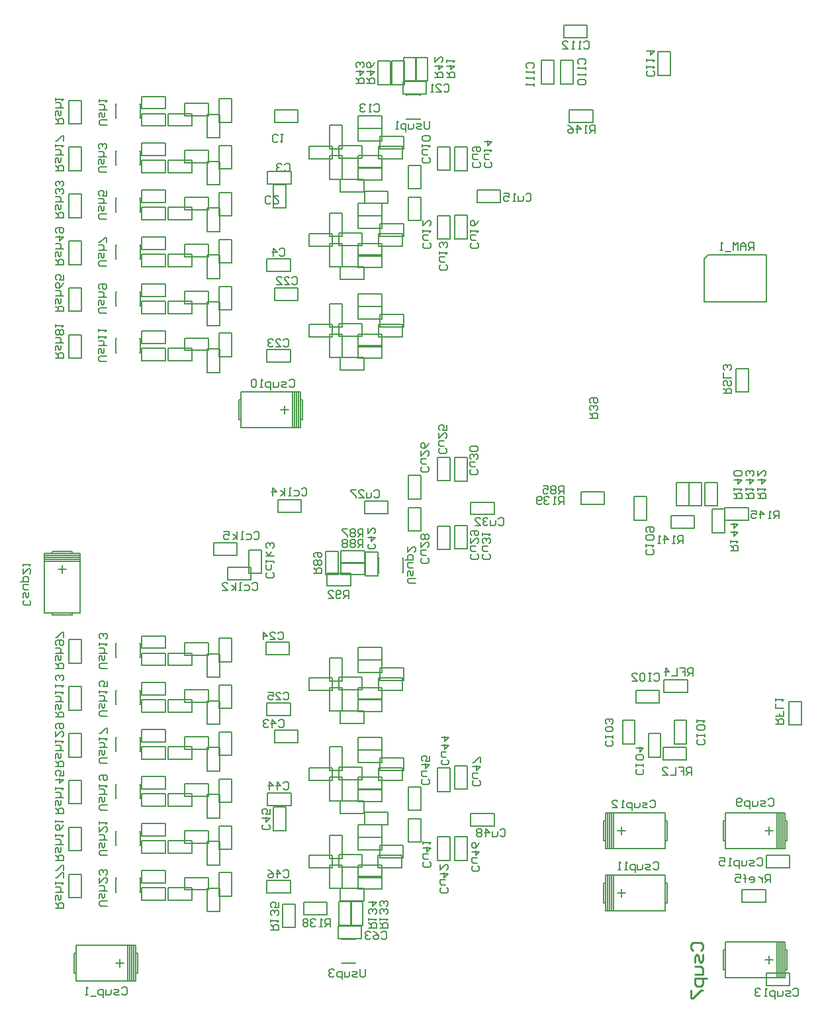
<source format=gbo>
%FSAX43Y43*%
%MOMM*%
G71*
G01*
G75*
G04 Layer_Color=32896*
%ADD10C,0.200*%
%ADD11C,0.254*%
%ADD12R,1.600X1.000*%
%ADD13R,5.700X5.500*%
%ADD14R,3.050X2.040*%
%ADD15R,1.240X1.400*%
%ADD16R,2.200X3.100*%
%ADD17R,2.250X2.300*%
%ADD18R,0.950X0.600*%
%ADD19R,1.700X1.600*%
%ADD20R,0.600X0.950*%
%ADD21C,1.400*%
G04:AMPARAMS|DCode=22|XSize=0.8mm|YSize=1mm|CornerRadius=0.08mm|HoleSize=0mm|Usage=FLASHONLY|Rotation=0.000|XOffset=0mm|YOffset=0mm|HoleType=Round|Shape=RoundedRectangle|*
%AMROUNDEDRECTD22*
21,1,0.800,0.840,0,0,0.0*
21,1,0.640,1.000,0,0,0.0*
1,1,0.160,0.320,-0.420*
1,1,0.160,-0.320,-0.420*
1,1,0.160,-0.320,0.420*
1,1,0.160,0.320,0.420*
%
%ADD22ROUNDEDRECTD22*%
G04:AMPARAMS|DCode=23|XSize=1mm|YSize=2mm|CornerRadius=0.1mm|HoleSize=0mm|Usage=FLASHONLY|Rotation=0.000|XOffset=0mm|YOffset=0mm|HoleType=Round|Shape=RoundedRectangle|*
%AMROUNDEDRECTD23*
21,1,1.000,1.800,0,0,0.0*
21,1,0.800,2.000,0,0,0.0*
1,1,0.200,0.400,-0.900*
1,1,0.200,-0.400,-0.900*
1,1,0.200,-0.400,0.900*
1,1,0.200,0.400,0.900*
%
%ADD23ROUNDEDRECTD23*%
G04:AMPARAMS|DCode=24|XSize=1mm|YSize=1.5mm|CornerRadius=0.1mm|HoleSize=0mm|Usage=FLASHONLY|Rotation=180.000|XOffset=0mm|YOffset=0mm|HoleType=Round|Shape=RoundedRectangle|*
%AMROUNDEDRECTD24*
21,1,1.000,1.300,0,0,180.0*
21,1,0.800,1.500,0,0,180.0*
1,1,0.200,-0.400,0.650*
1,1,0.200,0.400,0.650*
1,1,0.200,0.400,-0.650*
1,1,0.200,-0.400,-0.650*
%
%ADD24ROUNDEDRECTD24*%
G04:AMPARAMS|DCode=25|XSize=0.8mm|YSize=1mm|CornerRadius=0.08mm|HoleSize=0mm|Usage=FLASHONLY|Rotation=270.000|XOffset=0mm|YOffset=0mm|HoleType=Round|Shape=RoundedRectangle|*
%AMROUNDEDRECTD25*
21,1,0.800,0.840,0,0,270.0*
21,1,0.640,1.000,0,0,270.0*
1,1,0.160,-0.420,-0.320*
1,1,0.160,-0.420,0.320*
1,1,0.160,0.420,0.320*
1,1,0.160,0.420,-0.320*
%
%ADD25ROUNDEDRECTD25*%
%ADD26R,1.400X0.450*%
%ADD27R,1.400X0.450*%
%ADD28R,1.400X0.450*%
%ADD29R,3.048X3.048*%
%ADD30O,0.250X1.600*%
%ADD31O,1.600X0.250*%
%ADD32R,1.600X0.250*%
%ADD33O,1.270X0.762*%
%ADD34R,1.270X0.762*%
%ADD35R,0.500X0.600*%
%ADD36O,0.250X0.900*%
%ADD37O,0.900X0.250*%
%ADD38R,0.900X0.250*%
%ADD39R,2.340X2.340*%
%ADD40R,4.600X0.810*%
%ADD41R,4.600X0.610*%
%ADD42R,0.600X0.500*%
%ADD43C,0.500*%
%ADD44R,1.778X0.381*%
%ADD45O,1.778X0.381*%
%ADD46R,2.108X1.270*%
G04:AMPARAMS|DCode=47|XSize=2.108mm|YSize=1.27mm|CornerRadius=0mm|HoleSize=0mm|Usage=FLASHONLY|Rotation=0.000|XOffset=0mm|YOffset=0mm|HoleType=Round|Shape=Octagon|*
%AMOCTAGOND47*
4,1,8,1.054,-0.318,1.054,0.318,0.737,0.635,-0.737,0.635,-1.054,0.318,-1.054,-0.318,-0.737,-0.635,0.737,-0.635,1.054,-0.318,0.0*
%
%ADD47OCTAGOND47*%

%ADD48R,0.381X1.778*%
%ADD49O,0.381X1.778*%
%ADD50O,1.000X0.250*%
%ADD51O,0.250X1.000*%
%ADD52R,0.250X1.000*%
%ADD53O,0.300X1.800*%
%ADD54O,1.800X0.300*%
%ADD55R,1.800X0.300*%
G04:AMPARAMS|DCode=56|XSize=1mm|YSize=1.5mm|CornerRadius=0.1mm|HoleSize=0mm|Usage=FLASHONLY|Rotation=90.000|XOffset=0mm|YOffset=0mm|HoleType=Round|Shape=RoundedRectangle|*
%AMROUNDEDRECTD56*
21,1,1.000,1.300,0,0,90.0*
21,1,0.800,1.500,0,0,90.0*
1,1,0.200,0.650,0.400*
1,1,0.200,0.650,-0.400*
1,1,0.200,-0.650,-0.400*
1,1,0.200,-0.650,0.400*
%
%ADD56ROUNDEDRECTD56*%
G04:AMPARAMS|DCode=57|XSize=1mm|YSize=2mm|CornerRadius=0.1mm|HoleSize=0mm|Usage=FLASHONLY|Rotation=90.000|XOffset=0mm|YOffset=0mm|HoleType=Round|Shape=RoundedRectangle|*
%AMROUNDEDRECTD57*
21,1,1.000,1.800,0,0,90.0*
21,1,0.800,2.000,0,0,90.0*
1,1,0.200,0.900,0.400*
1,1,0.200,0.900,-0.400*
1,1,0.200,-0.900,-0.400*
1,1,0.200,-0.900,0.400*
%
%ADD57ROUNDEDRECTD57*%
%ADD58R,1.778X1.016*%
%ADD59R,1.778X3.302*%
%ADD60R,0.508X1.600*%
%ADD61R,0.356X0.914*%
%ADD62R,2.540X2.540*%
G04:AMPARAMS|DCode=63|XSize=0.4mm|YSize=0.7mm|CornerRadius=0mm|HoleSize=0mm|Usage=FLASHONLY|Rotation=135.000|XOffset=0mm|YOffset=0mm|HoleType=Round|Shape=Round|*
%AMOVALD63*
21,1,0.300,0.400,0.000,0.000,225.0*
1,1,0.400,0.106,0.106*
1,1,0.400,-0.106,-0.106*
%
%ADD63OVALD63*%

%ADD64O,0.700X0.400*%
%ADD65C,0.175*%
%ADD66C,0.800*%
%ADD67C,0.400*%
%ADD68C,0.500*%
%ADD69C,0.150*%
%ADD70C,0.508*%
%ADD71C,0.600*%
%ADD72C,0.300*%
%ADD73R,1.500X5.900*%
%ADD74R,0.500X3.200*%
%ADD75R,3.800X2.200*%
%ADD76R,3.700X2.200*%
%ADD77R,4.000X3.700*%
%ADD78R,3.500X3.000*%
%ADD79R,3.500X5.300*%
%ADD80R,4.200X3.000*%
%ADD81R,4.000X3.000*%
%ADD82R,1.900X1.900*%
%ADD83R,2.700X6.800*%
%ADD84R,1.500X1.400*%
%ADD85R,1.400X1.400*%
%ADD86R,2.500X2.200*%
%ADD87R,2.300X11.700*%
%ADD88R,1.200X5.400*%
%ADD89R,1.500X2.400*%
%ADD90R,2.700X2.800*%
%ADD91R,6.100X6.100*%
%ADD92R,3.400X2.300*%
%ADD93C,1.690*%
%ADD94C,4.500*%
%ADD95C,3.800*%
%ADD96R,1.600X1.600*%
%ADD97C,1.600*%
%ADD98C,3.000*%
%ADD99C,1.575*%
%ADD100R,1.575X1.575*%
%ADD101C,1.800*%
%ADD102R,1.850X1.850*%
%ADD103C,1.850*%
%ADD104R,1.850X1.850*%
%ADD105C,1.500*%
%ADD106C,0.300*%
%ADD107C,0.700*%
%ADD108C,0.800*%
%ADD109C,1.000*%
%ADD110C,1.200*%
%ADD111C,5.000*%
%ADD112C,0.600*%
%ADD113C,1.016*%
%ADD114C,0.705*%
G04:AMPARAMS|DCode=115|XSize=2.29mm|YSize=2.29mm|CornerRadius=0mm|HoleSize=0mm|Usage=FLASHONLY|Rotation=0.000|XOffset=0mm|YOffset=0mm|HoleType=Round|Shape=Relief|Width=0.175mm|Gap=0.3mm|Entries=4|*
%AMTHD115*
7,0,0,2.290,1.690,0.175,45*
%
%ADD115THD115*%
%ADD116C,1.490*%
G04:AMPARAMS|DCode=117|XSize=4.4mm|YSize=4.4mm|CornerRadius=0mm|HoleSize=0mm|Usage=FLASHONLY|Rotation=0.000|XOffset=0mm|YOffset=0mm|HoleType=Round|Shape=Relief|Width=0.175mm|Gap=0.3mm|Entries=4|*
%AMTHD117*
7,0,0,4.400,3.800,0.175,45*
%
%ADD117THD117*%
G04:AMPARAMS|DCode=118|XSize=4.44mm|YSize=4.44mm|CornerRadius=0mm|HoleSize=0mm|Usage=FLASHONLY|Rotation=0.000|XOffset=0mm|YOffset=0mm|HoleType=Round|Shape=Relief|Width=0.175mm|Gap=0.3mm|Entries=4|*
%AMTHD118*
7,0,0,4.440,3.840,0.175,45*
%
%ADD118THD118*%
G04:AMPARAMS|DCode=119|XSize=3.5mm|YSize=3.5mm|CornerRadius=0mm|HoleSize=0mm|Usage=FLASHONLY|Rotation=0.000|XOffset=0mm|YOffset=0mm|HoleType=Round|Shape=Relief|Width=0.175mm|Gap=0.3mm|Entries=4|*
%AMTHD119*
7,0,0,3.500,2.900,0.175,45*
%
%ADD119THD119*%
%ADD120C,1.320*%
%ADD121C,3.400*%
G04:AMPARAMS|DCode=122|XSize=2.216mm|YSize=2.216mm|CornerRadius=0mm|HoleSize=0mm|Usage=FLASHONLY|Rotation=0.000|XOffset=0mm|YOffset=0mm|HoleType=Round|Shape=Relief|Width=0.175mm|Gap=0.3mm|Entries=4|*
%AMTHD122*
7,0,0,2.216,1.616,0.175,45*
%
%ADD122THD122*%
%ADD123C,1.416*%
G04:AMPARAMS|DCode=124|XSize=2.12mm|YSize=2.12mm|CornerRadius=0mm|HoleSize=0mm|Usage=FLASHONLY|Rotation=0.000|XOffset=0mm|YOffset=0mm|HoleType=Round|Shape=Relief|Width=0.175mm|Gap=0.3mm|Entries=4|*
%AMTHD124*
7,0,0,2.120,1.520,0.175,45*
%
%ADD124THD124*%
G04:AMPARAMS|DCode=125|XSize=2.2mm|YSize=2.2mm|CornerRadius=0mm|HoleSize=0mm|Usage=FLASHONLY|Rotation=0.000|XOffset=0mm|YOffset=0mm|HoleType=Round|Shape=Relief|Width=0.175mm|Gap=0.3mm|Entries=4|*
%AMTHD125*
7,0,0,2.200,1.600,0.175,45*
%
%ADD125THD125*%
G04:AMPARAMS|DCode=126|XSize=2.3mm|YSize=2.3mm|CornerRadius=0mm|HoleSize=0mm|Usage=FLASHONLY|Rotation=0.000|XOffset=0mm|YOffset=0mm|HoleType=Round|Shape=Relief|Width=0.175mm|Gap=0.3mm|Entries=4|*
%AMTHD126*
7,0,0,2.300,1.700,0.175,45*
%
%ADD126THD126*%
%ADD127C,0.520*%
G04:AMPARAMS|DCode=128|XSize=1.6mm|YSize=1.6mm|CornerRadius=0mm|HoleSize=0mm|Usage=FLASHONLY|Rotation=0.000|XOffset=0mm|YOffset=0mm|HoleType=Round|Shape=Relief|Width=0.175mm|Gap=0.3mm|Entries=4|*
%AMTHD128*
7,0,0,1.600,1.000,0.175,45*
%
%ADD128THD128*%
%ADD129C,0.800*%
G04:AMPARAMS|DCode=130|XSize=1.7mm|YSize=1.7mm|CornerRadius=0mm|HoleSize=0mm|Usage=FLASHONLY|Rotation=0.000|XOffset=0mm|YOffset=0mm|HoleType=Round|Shape=Relief|Width=0.175mm|Gap=0.3mm|Entries=4|*
%AMTHD130*
7,0,0,1.700,1.100,0.175,45*
%
%ADD130THD130*%
G04:AMPARAMS|DCode=131|XSize=1.9mm|YSize=1.9mm|CornerRadius=0mm|HoleSize=0mm|Usage=FLASHONLY|Rotation=0.000|XOffset=0mm|YOffset=0mm|HoleType=Round|Shape=Relief|Width=0.175mm|Gap=0.3mm|Entries=4|*
%AMTHD131*
7,0,0,1.900,1.300,0.175,45*
%
%ADD131THD131*%
G04:AMPARAMS|DCode=132|XSize=1.32mm|YSize=1.32mm|CornerRadius=0mm|HoleSize=0mm|Usage=FLASHONLY|Rotation=0.000|XOffset=0mm|YOffset=0mm|HoleType=Round|Shape=Relief|Width=0.175mm|Gap=0.3mm|Entries=4|*
%AMTHD132*
7,0,0,1.320,0.720,0.175,45*
%
%ADD132THD132*%
%ADD133C,0.700*%
%ADD134C,1.100*%
%ADD135C,1.000*%
%ADD136C,0.900*%
G04:AMPARAMS|DCode=137|XSize=1.5mm|YSize=1.5mm|CornerRadius=0mm|HoleSize=0mm|Usage=FLASHONLY|Rotation=0.000|XOffset=0mm|YOffset=0mm|HoleType=Round|Shape=Relief|Width=0.175mm|Gap=0.3mm|Entries=4|*
%AMTHD137*
7,0,0,1.500,0.900,0.175,45*
%
%ADD137THD137*%
G04:AMPARAMS|DCode=138|XSize=2.4mm|YSize=2.4mm|CornerRadius=0mm|HoleSize=0mm|Usage=FLASHONLY|Rotation=0.000|XOffset=0mm|YOffset=0mm|HoleType=Round|Shape=Relief|Width=0.175mm|Gap=0.3mm|Entries=4|*
%AMTHD138*
7,0,0,2.400,1.800,0.175,45*
%
%ADD138THD138*%
%ADD139C,0.120*%
%ADD140C,3.600*%
%ADD141C,3.640*%
%ADD142C,2.700*%
%ADD143R,0.550X1.450*%
%ADD144R,0.550X1.450*%
G04:AMPARAMS|DCode=145|XSize=0.5mm|YSize=0.6mm|CornerRadius=0mm|HoleSize=0mm|Usage=FLASHONLY|Rotation=135.000|XOffset=0mm|YOffset=0mm|HoleType=Round|Shape=Rectangle|*
%AMROTATEDRECTD145*
4,1,4,0.389,0.035,-0.035,-0.389,-0.389,-0.035,0.035,0.389,0.389,0.035,0.0*
%
%ADD145ROTATEDRECTD145*%

G04:AMPARAMS|DCode=146|XSize=0.5mm|YSize=0.6mm|CornerRadius=0mm|HoleSize=0mm|Usage=FLASHONLY|Rotation=225.000|XOffset=0mm|YOffset=0mm|HoleType=Round|Shape=Rectangle|*
%AMROTATEDRECTD146*
4,1,4,-0.035,0.389,0.389,-0.035,0.035,-0.389,-0.389,0.035,-0.035,0.389,0.0*
%
%ADD146ROTATEDRECTD146*%

%ADD147C,0.350*%
%ADD148R,1.450X0.550*%
%ADD149R,1.450X0.550*%
%ADD150R,3.048X3.048*%
%ADD151R,3.100X2.500*%
%ADD152C,0.250*%
%ADD153C,0.127*%
%ADD154C,0.203*%
%ADD155C,0.100*%
%ADD156C,0.305*%
%ADD157C,0.152*%
%ADD158C,0.102*%
%ADD159R,2.200X2.200*%
%ADD160R,0.900X0.550*%
%ADD161R,0.550X0.900*%
%ADD162R,0.025X0.025*%
%ADD163C,0.762*%
%ADD164R,6.300X6.300*%
%ADD165R,1.800X1.200*%
%ADD166R,5.900X5.700*%
%ADD167R,3.152X2.142*%
%ADD168R,1.342X1.502*%
%ADD169R,2.302X3.202*%
%ADD170R,1.052X0.702*%
%ADD171R,1.802X1.702*%
%ADD172R,0.702X1.052*%
%ADD173C,1.502*%
G04:AMPARAMS|DCode=174|XSize=1mm|YSize=1.2mm|CornerRadius=0.18mm|HoleSize=0mm|Usage=FLASHONLY|Rotation=0.000|XOffset=0mm|YOffset=0mm|HoleType=Round|Shape=RoundedRectangle|*
%AMROUNDEDRECTD174*
21,1,1.000,0.840,0,0,0.0*
21,1,0.640,1.200,0,0,0.0*
1,1,0.360,0.320,-0.420*
1,1,0.360,-0.320,-0.420*
1,1,0.360,-0.320,0.420*
1,1,0.360,0.320,0.420*
%
%ADD174ROUNDEDRECTD174*%
G04:AMPARAMS|DCode=175|XSize=1.2mm|YSize=2.2mm|CornerRadius=0.2mm|HoleSize=0mm|Usage=FLASHONLY|Rotation=0.000|XOffset=0mm|YOffset=0mm|HoleType=Round|Shape=RoundedRectangle|*
%AMROUNDEDRECTD175*
21,1,1.200,1.800,0,0,0.0*
21,1,0.800,2.200,0,0,0.0*
1,1,0.400,0.400,-0.900*
1,1,0.400,-0.400,-0.900*
1,1,0.400,-0.400,0.900*
1,1,0.400,0.400,0.900*
%
%ADD175ROUNDEDRECTD175*%
G04:AMPARAMS|DCode=176|XSize=1.2mm|YSize=1.7mm|CornerRadius=0.2mm|HoleSize=0mm|Usage=FLASHONLY|Rotation=180.000|XOffset=0mm|YOffset=0mm|HoleType=Round|Shape=RoundedRectangle|*
%AMROUNDEDRECTD176*
21,1,1.200,1.300,0,0,180.0*
21,1,0.800,1.700,0,0,180.0*
1,1,0.400,-0.400,0.650*
1,1,0.400,0.400,0.650*
1,1,0.400,0.400,-0.650*
1,1,0.400,-0.400,-0.650*
%
%ADD176ROUNDEDRECTD176*%
G04:AMPARAMS|DCode=177|XSize=1mm|YSize=1.2mm|CornerRadius=0.18mm|HoleSize=0mm|Usage=FLASHONLY|Rotation=270.000|XOffset=0mm|YOffset=0mm|HoleType=Round|Shape=RoundedRectangle|*
%AMROUNDEDRECTD177*
21,1,1.000,0.840,0,0,270.0*
21,1,0.640,1.200,0,0,270.0*
1,1,0.360,-0.420,-0.320*
1,1,0.360,-0.420,0.320*
1,1,0.360,0.420,0.320*
1,1,0.360,0.420,-0.320*
%
%ADD177ROUNDEDRECTD177*%
%ADD178R,1.600X0.650*%
%ADD179R,1.600X0.650*%
%ADD180R,1.600X0.650*%
%ADD181R,3.248X3.248*%
%ADD182O,0.450X1.800*%
%ADD183O,1.800X0.450*%
%ADD184R,1.800X0.450*%
%ADD185O,1.470X0.962*%
%ADD186R,1.470X0.962*%
%ADD187R,0.700X0.800*%
%ADD188O,0.450X1.100*%
%ADD189O,1.100X0.450*%
%ADD190R,1.100X0.450*%
%ADD191R,2.540X2.540*%
%ADD192R,4.800X1.010*%
%ADD193R,4.800X0.810*%
%ADD194R,0.800X0.700*%
%ADD195R,1.978X0.581*%
%ADD196O,1.978X0.581*%
%ADD197R,2.308X1.470*%
G04:AMPARAMS|DCode=198|XSize=2.308mm|YSize=1.47mm|CornerRadius=0mm|HoleSize=0mm|Usage=FLASHONLY|Rotation=0.000|XOffset=0mm|YOffset=0mm|HoleType=Round|Shape=Octagon|*
%AMOCTAGOND198*
4,1,8,1.154,-0.367,1.154,0.367,0.787,0.735,-0.787,0.735,-1.154,0.367,-1.154,-0.367,-0.787,-0.735,0.787,-0.735,1.154,-0.367,0.0*
%
%ADD198OCTAGOND198*%

%ADD199R,0.581X1.978*%
%ADD200O,0.581X1.978*%
%ADD201O,1.200X0.450*%
%ADD202O,0.450X1.200*%
%ADD203R,0.450X1.200*%
%ADD204O,0.500X2.000*%
%ADD205O,2.000X0.500*%
%ADD206R,2.000X0.500*%
G04:AMPARAMS|DCode=207|XSize=1.2mm|YSize=1.7mm|CornerRadius=0.2mm|HoleSize=0mm|Usage=FLASHONLY|Rotation=90.000|XOffset=0mm|YOffset=0mm|HoleType=Round|Shape=RoundedRectangle|*
%AMROUNDEDRECTD207*
21,1,1.200,1.300,0,0,90.0*
21,1,0.800,1.700,0,0,90.0*
1,1,0.400,0.650,0.400*
1,1,0.400,0.650,-0.400*
1,1,0.400,-0.650,-0.400*
1,1,0.400,-0.650,0.400*
%
%ADD207ROUNDEDRECTD207*%
G04:AMPARAMS|DCode=208|XSize=1.2mm|YSize=2.2mm|CornerRadius=0.2mm|HoleSize=0mm|Usage=FLASHONLY|Rotation=90.000|XOffset=0mm|YOffset=0mm|HoleType=Round|Shape=RoundedRectangle|*
%AMROUNDEDRECTD208*
21,1,1.200,1.800,0,0,90.0*
21,1,0.800,2.200,0,0,90.0*
1,1,0.400,0.900,0.400*
1,1,0.400,0.900,-0.400*
1,1,0.400,-0.900,-0.400*
1,1,0.400,-0.900,0.400*
%
%ADD208ROUNDEDRECTD208*%
%ADD209R,1.978X1.216*%
%ADD210R,1.978X3.502*%
%ADD211R,0.708X1.800*%
G04:AMPARAMS|DCode=212|XSize=0.6mm|YSize=0.9mm|CornerRadius=0mm|HoleSize=0mm|Usage=FLASHONLY|Rotation=135.000|XOffset=0mm|YOffset=0mm|HoleType=Round|Shape=Round|*
%AMOVALD212*
21,1,0.300,0.600,0.000,0.000,225.0*
1,1,0.600,0.106,0.106*
1,1,0.600,-0.106,-0.106*
%
%ADD212OVALD212*%

%ADD213O,0.900X0.600*%
%ADD214C,0.017*%
%ADD215C,1.890*%
%ADD216C,4.700*%
%ADD217C,4.000*%
%ADD218R,1.800X1.800*%
%ADD219C,3.200*%
%ADD220C,1.775*%
%ADD221R,1.775X1.775*%
%ADD222C,2.000*%
%ADD223R,2.050X2.050*%
%ADD224C,2.050*%
%ADD225R,2.050X2.050*%
%ADD226C,1.700*%
%ADD227C,0.900*%
%ADD228C,5.200*%
%ADD229R,0.750X1.650*%
%ADD230R,0.750X1.650*%
G04:AMPARAMS|DCode=231|XSize=0.7mm|YSize=0.8mm|CornerRadius=0mm|HoleSize=0mm|Usage=FLASHONLY|Rotation=135.000|XOffset=0mm|YOffset=0mm|HoleType=Round|Shape=Rectangle|*
%AMROTATEDRECTD231*
4,1,4,0.530,0.035,-0.035,-0.530,-0.530,-0.035,0.035,0.530,0.530,0.035,0.0*
%
%ADD231ROTATEDRECTD231*%

G04:AMPARAMS|DCode=232|XSize=0.7mm|YSize=0.8mm|CornerRadius=0mm|HoleSize=0mm|Usage=FLASHONLY|Rotation=225.000|XOffset=0mm|YOffset=0mm|HoleType=Round|Shape=Rectangle|*
%AMROTATEDRECTD232*
4,1,4,-0.035,0.530,0.530,-0.035,0.035,-0.530,-0.530,0.035,-0.035,0.530,0.0*
%
%ADD232ROTATEDRECTD232*%

%ADD233C,0.550*%
%ADD234R,1.650X0.750*%
%ADD235R,1.650X0.750*%
%ADD236R,3.248X3.248*%
%ADD237C,0.100*%
G54D10*
X0100900Y0113400D02*
X0103900D01*
X0100900Y0111800D02*
Y0113400D01*
Y0111800D02*
X0103900D01*
Y0113400D01*
X0097900Y0069700D02*
X0100900D01*
Y0071300D01*
X0097900D02*
X0100900D01*
X0097900Y0069700D02*
Y0071300D01*
X0110800Y0175900D02*
Y0178900D01*
X0109200D02*
X0110800D01*
X0109200Y0175900D02*
Y0178900D01*
Y0175900D02*
X0110800D01*
X0119300Y0081100D02*
X0122300D01*
Y0082700D01*
X0119300D02*
X0122300D01*
X0119300Y0081100D02*
Y0082700D01*
X0118800Y0085800D02*
Y0088800D01*
X0117200D02*
X0118800D01*
X0117200Y0085800D02*
Y0088800D01*
Y0085800D02*
X0118800D01*
X0117200Y0076700D02*
Y0079700D01*
Y0076700D02*
X0118800D01*
Y0079700D01*
X0117200D02*
X0118800D01*
X0119300Y0120900D02*
X0122300D01*
Y0122500D01*
X0119300D02*
X0122300D01*
X0119300Y0120900D02*
Y0122500D01*
X0117200Y0116500D02*
Y0119500D01*
Y0116500D02*
X0118800D01*
Y0119500D01*
X0117200D02*
X0118800D01*
Y0125200D02*
Y0128200D01*
X0117200D02*
X0118800D01*
X0117200Y0125200D02*
Y0128200D01*
Y0125200D02*
X0118800D01*
X0117200Y0156200D02*
Y0159200D01*
Y0156200D02*
X0118800D01*
Y0159200D01*
X0117200D02*
X0118800D01*
X0120100Y0160800D02*
X0123100D01*
Y0162400D01*
X0120100D02*
X0123100D01*
X0120100Y0160800D02*
Y0162400D01*
X0118800Y0164900D02*
Y0167900D01*
X0117200D02*
X0118800D01*
X0117200Y0164900D02*
Y0167900D01*
Y0164900D02*
X0118800D01*
X0102400Y0155300D02*
X0105400D01*
Y0156900D01*
X0102400D02*
X0105400D01*
X0102400Y0155300D02*
Y0156900D01*
X0102800Y0156500D02*
Y0159500D01*
X0101200D02*
X0102800D01*
X0101200Y0156500D02*
Y0159500D01*
Y0156500D02*
X0102800D01*
X0102400Y0166500D02*
X0105400D01*
Y0168100D01*
X0102400D02*
X0105400D01*
X0102400Y0166500D02*
Y0168100D01*
X0102800Y0167700D02*
Y0170700D01*
X0101200D02*
X0102800D01*
X0101200Y0167700D02*
Y0170700D01*
Y0167700D02*
X0102800D01*
X0101200Y0152600D02*
Y0155600D01*
Y0152600D02*
X0102800D01*
Y0155600D01*
X0101200D02*
X0102800D01*
X0098600Y0156800D02*
X0101600D01*
X0098600Y0155200D02*
Y0156800D01*
Y0155200D02*
X0101600D01*
Y0156800D01*
X0101200Y0163800D02*
Y0166800D01*
Y0163800D02*
X0102800D01*
Y0166800D01*
X0101200D02*
X0102800D01*
X0098600Y0168000D02*
X0101600D01*
X0098600Y0166400D02*
Y0168000D01*
Y0166400D02*
X0101600D01*
Y0168000D01*
X0104900Y0078000D02*
X0107900D01*
Y0079600D01*
X0104900D02*
X0107900D01*
X0104900Y0078000D02*
Y0079600D01*
Y0081200D02*
X0107900D01*
X0104900Y0079600D02*
Y0081200D01*
Y0079600D02*
X0107900D01*
Y0081200D01*
X0104900Y0084200D02*
X0107900D01*
Y0085800D01*
X0104900D02*
X0107900D01*
X0104900Y0084200D02*
Y0085800D01*
Y0087300D02*
X0107900D01*
X0104900Y0085700D02*
Y0087300D01*
Y0085700D02*
X0107900D01*
Y0087300D01*
X0104900Y0089200D02*
X0107900D01*
Y0090800D01*
X0104900D02*
X0107900D01*
X0104900Y0089200D02*
Y0090800D01*
X0093300Y0083700D02*
X0096300D01*
Y0085300D01*
X0093300D02*
X0096300D01*
X0093300Y0083700D02*
Y0085300D01*
X0104900Y0095700D02*
X0107900D01*
Y0097300D01*
X0104900D02*
X0107900D01*
X0104900Y0095700D02*
Y0097300D01*
Y0098800D02*
X0107900D01*
X0104900Y0097200D02*
Y0098800D01*
Y0097200D02*
X0107900D01*
Y0098800D01*
X0104900Y0100700D02*
X0107900D01*
Y0102300D01*
X0104900D02*
X0107900D01*
X0104900Y0100700D02*
Y0102300D01*
X0104900Y0144000D02*
X0107900D01*
X0104900Y0142400D02*
Y0144000D01*
Y0142400D02*
X0107900D01*
Y0144000D01*
X0104900Y0145900D02*
X0107900D01*
Y0147500D01*
X0104900D02*
X0107900D01*
X0104900Y0145900D02*
Y0147500D01*
Y0149100D02*
X0107900D01*
X0104900Y0147500D02*
Y0149100D01*
Y0147500D02*
X0107900D01*
Y0149100D01*
X0102600Y0141000D02*
X0105600D01*
X0102600Y0139400D02*
Y0141000D01*
Y0139400D02*
X0105600D01*
Y0141000D01*
X0104900Y0152500D02*
X0107900D01*
Y0154100D01*
X0104900D02*
X0107900D01*
X0104900Y0152500D02*
Y0154100D01*
Y0155600D02*
X0107900D01*
X0104900Y0154000D02*
Y0155600D01*
Y0154000D02*
X0107900D01*
Y0155600D01*
X0104900Y0157500D02*
X0107900D01*
Y0159100D01*
X0104900D02*
X0107900D01*
X0104900Y0157500D02*
Y0159100D01*
Y0160700D02*
X0107900D01*
X0104900Y0159100D02*
Y0160700D01*
Y0159100D02*
X0107900D01*
Y0160700D01*
X0104900Y0163700D02*
X0107900D01*
Y0165300D01*
X0104900D02*
X0107900D01*
X0104900Y0163700D02*
Y0165300D01*
Y0168700D02*
X0107900D01*
Y0170300D01*
X0104900D02*
X0107900D01*
X0104900Y0168700D02*
Y0170300D01*
X0073900Y0072625D02*
X0073950D01*
X0073900Y0074425D02*
X0073950D01*
X0076950Y0072625D02*
X0077000D01*
X0076950Y0074425D02*
X0077000D01*
Y0072625D02*
Y0074425D01*
X0073900Y0072625D02*
Y0074425D01*
Y0078625D02*
X0073950D01*
X0073900Y0080425D02*
X0073950D01*
X0076950Y0078625D02*
X0077000D01*
X0076950Y0080425D02*
X0077000D01*
Y0078625D02*
Y0080425D01*
X0073900Y0078625D02*
Y0080425D01*
Y0084625D02*
X0073950D01*
X0073900Y0086425D02*
X0073950D01*
X0076950Y0084625D02*
X0077000D01*
X0076950Y0086425D02*
X0077000D01*
Y0084625D02*
Y0086425D01*
X0073900Y0084625D02*
Y0086425D01*
Y0090625D02*
X0073950D01*
X0073900Y0092425D02*
X0073950D01*
X0076950Y0090625D02*
X0077000D01*
X0076950Y0092425D02*
X0077000D01*
Y0090625D02*
Y0092425D01*
X0073900Y0090625D02*
Y0092425D01*
X0073900Y0096625D02*
X0073950D01*
X0073900Y0098425D02*
X0073950D01*
X0076950Y0096625D02*
X0077000D01*
X0076950Y0098425D02*
X0077000D01*
Y0096625D02*
Y0098425D01*
X0073900Y0096625D02*
Y0098425D01*
Y0102625D02*
X0073950D01*
X0073900Y0104425D02*
X0073950D01*
X0076950Y0102625D02*
X0077000D01*
X0076950Y0104425D02*
X0077000D01*
Y0102625D02*
Y0104425D01*
X0073900Y0102625D02*
Y0104425D01*
X0073900Y0141625D02*
X0073950D01*
X0073900Y0143425D02*
X0073950D01*
X0076950Y0141625D02*
X0077000D01*
X0076950Y0143425D02*
X0077000D01*
Y0141625D02*
Y0143425D01*
X0073900Y0141625D02*
Y0143425D01*
Y0147625D02*
X0073950D01*
X0073900Y0149425D02*
X0073950D01*
X0076950Y0147625D02*
X0077000D01*
X0076950Y0149425D02*
X0077000D01*
Y0147625D02*
Y0149425D01*
X0073900Y0147625D02*
Y0149425D01*
Y0153625D02*
X0073950D01*
X0073900Y0155425D02*
X0073950D01*
X0076950Y0153625D02*
X0077000D01*
X0076950Y0155425D02*
X0077000D01*
Y0153625D02*
Y0155425D01*
X0073900Y0153625D02*
Y0155425D01*
Y0159625D02*
X0073950D01*
X0073900Y0161425D02*
X0073950D01*
X0076950Y0159625D02*
X0077000D01*
X0076950Y0161425D02*
X0077000D01*
Y0159625D02*
Y0161425D01*
X0073900Y0159625D02*
Y0161425D01*
Y0165625D02*
X0073950D01*
X0073900Y0167425D02*
X0073950D01*
X0076950Y0165625D02*
X0077000D01*
X0076950Y0167425D02*
X0077000D01*
Y0165625D02*
Y0167425D01*
X0073900Y0165625D02*
Y0167425D01*
X0087200Y0070100D02*
Y0073100D01*
X0085600D02*
X0087200D01*
X0085600Y0070100D02*
Y0073100D01*
Y0070100D02*
X0087200D01*
X0080600Y0071600D02*
X0083600D01*
Y0073200D01*
X0080600D02*
X0083600D01*
X0080600Y0071600D02*
Y0073200D01*
X0082700Y0074500D02*
X0085700D01*
X0082700Y0072900D02*
Y0074500D01*
Y0072900D02*
X0085700D01*
Y0074500D01*
X0077200Y0073800D02*
X0080200D01*
Y0075400D01*
X0077200D02*
X0080200D01*
X0077200Y0073800D02*
Y0075400D01*
X0067900Y0071900D02*
Y0074900D01*
Y0071900D02*
X0069500D01*
Y0074900D01*
X0067900D02*
X0069500D01*
X0087200Y0076100D02*
Y0079100D01*
X0085600D02*
X0087200D01*
X0085600Y0076100D02*
Y0079100D01*
Y0076100D02*
X0087200D01*
X0080600Y0077600D02*
X0083600D01*
Y0079200D01*
X0080600D02*
X0083600D01*
X0080600Y0077600D02*
Y0079200D01*
X0082700Y0080500D02*
X0085700D01*
X0082700Y0078900D02*
Y0080500D01*
Y0078900D02*
X0085700D01*
Y0080500D01*
X0077200Y0079800D02*
X0080200D01*
Y0081400D01*
X0077200D02*
X0080200D01*
X0077200Y0079800D02*
Y0081400D01*
X0067900Y0077900D02*
Y0080900D01*
Y0077900D02*
X0069500D01*
Y0080900D01*
X0067900D02*
X0069500D01*
X0087200Y0082100D02*
Y0085100D01*
X0085600D02*
X0087200D01*
X0085600Y0082100D02*
Y0085100D01*
Y0082100D02*
X0087200D01*
X0080600Y0083600D02*
X0083600D01*
Y0085200D01*
X0080600D02*
X0083600D01*
X0080600Y0083600D02*
Y0085200D01*
X0082700Y0086500D02*
X0085700D01*
X0082700Y0084900D02*
Y0086500D01*
Y0084900D02*
X0085700D01*
Y0086500D01*
X0077200Y0085800D02*
X0080200D01*
Y0087400D01*
X0077200D02*
X0080200D01*
X0077200Y0085800D02*
Y0087400D01*
X0067900Y0083900D02*
Y0086900D01*
Y0083900D02*
X0069500D01*
Y0086900D01*
X0067900D02*
X0069500D01*
X0087200Y0088100D02*
Y0091100D01*
X0085600D02*
X0087200D01*
X0085600Y0088100D02*
Y0091100D01*
Y0088100D02*
X0087200D01*
X0080600Y0089600D02*
X0083600D01*
Y0091200D01*
X0080600D02*
X0083600D01*
X0080600Y0089600D02*
Y0091200D01*
X0082700Y0092500D02*
X0085700D01*
X0082700Y0090900D02*
Y0092500D01*
Y0090900D02*
X0085700D01*
Y0092500D01*
X0077200Y0091800D02*
X0080200D01*
Y0093400D01*
X0077200D02*
X0080200D01*
X0077200Y0091800D02*
Y0093400D01*
X0067900Y0089900D02*
Y0092900D01*
Y0089900D02*
X0069500D01*
Y0092900D01*
X0067900D02*
X0069500D01*
X0087200Y0094100D02*
Y0097100D01*
X0085600D02*
X0087200D01*
X0085600Y0094100D02*
Y0097100D01*
Y0094100D02*
X0087200D01*
X0080600Y0095600D02*
X0083600D01*
Y0097200D01*
X0080600D02*
X0083600D01*
X0080600Y0095600D02*
Y0097200D01*
X0082700Y0098500D02*
X0085700D01*
X0082700Y0096900D02*
Y0098500D01*
Y0096900D02*
X0085700D01*
Y0098500D01*
X0077200Y0097800D02*
X0080200D01*
Y0099400D01*
X0077200D02*
X0080200D01*
X0077200Y0097800D02*
Y0099400D01*
X0067900Y0095900D02*
Y0098900D01*
Y0095900D02*
X0069500D01*
Y0098900D01*
X0067900D02*
X0069500D01*
X0087200Y0100100D02*
Y0103100D01*
X0085600D02*
X0087200D01*
X0085600Y0100100D02*
Y0103100D01*
Y0100100D02*
X0087200D01*
X0080600Y0101600D02*
X0083600D01*
Y0103200D01*
X0080600D02*
X0083600D01*
X0080600Y0101600D02*
Y0103200D01*
X0082700Y0104500D02*
X0085700D01*
X0082700Y0102900D02*
Y0104500D01*
Y0102900D02*
X0085700D01*
Y0104500D01*
X0077200Y0103800D02*
X0080200D01*
Y0105400D01*
X0077200D02*
X0080200D01*
X0077200Y0103800D02*
Y0105400D01*
X0067900Y0101900D02*
Y0104900D01*
Y0101900D02*
X0069500D01*
Y0104900D01*
X0067900D02*
X0069500D01*
X0087200Y0139100D02*
Y0142100D01*
X0085600D02*
X0087200D01*
X0085600Y0139100D02*
Y0142100D01*
Y0139100D02*
X0087200D01*
X0080600Y0140600D02*
X0083600D01*
Y0142200D01*
X0080600D02*
X0083600D01*
X0080600Y0140600D02*
Y0142200D01*
X0082700Y0143500D02*
X0085700D01*
X0082700Y0141900D02*
Y0143500D01*
Y0141900D02*
X0085700D01*
Y0143500D01*
X0077200Y0142800D02*
X0080200D01*
Y0144400D01*
X0077200D02*
X0080200D01*
X0077200Y0142800D02*
Y0144400D01*
X0067900Y0140900D02*
Y0143900D01*
Y0140900D02*
X0069500D01*
Y0143900D01*
X0067900D02*
X0069500D01*
X0087200Y0145100D02*
Y0148100D01*
X0085600D02*
X0087200D01*
X0085600Y0145100D02*
Y0148100D01*
Y0145100D02*
X0087200D01*
X0080600Y0146600D02*
X0083600D01*
Y0148200D01*
X0080600D02*
X0083600D01*
X0080600Y0146600D02*
Y0148200D01*
X0082700Y0149500D02*
X0085700D01*
X0082700Y0147900D02*
Y0149500D01*
Y0147900D02*
X0085700D01*
Y0149500D01*
X0077200Y0148800D02*
X0080200D01*
Y0150400D01*
X0077200D02*
X0080200D01*
X0077200Y0148800D02*
Y0150400D01*
X0067900Y0146900D02*
Y0149900D01*
Y0146900D02*
X0069500D01*
Y0149900D01*
X0067900D02*
X0069500D01*
X0087200Y0151100D02*
Y0154100D01*
X0085600D02*
X0087200D01*
X0085600Y0151100D02*
Y0154100D01*
Y0151100D02*
X0087200D01*
X0080600Y0152600D02*
X0083600D01*
Y0154200D01*
X0080600D02*
X0083600D01*
X0080600Y0152600D02*
Y0154200D01*
X0082700Y0155500D02*
X0085700D01*
X0082700Y0153900D02*
Y0155500D01*
Y0153900D02*
X0085700D01*
Y0155500D01*
X0077200Y0154800D02*
X0080200D01*
Y0156400D01*
X0077200D02*
X0080200D01*
X0077200Y0154800D02*
Y0156400D01*
X0067900Y0152900D02*
Y0155900D01*
Y0152900D02*
X0069500D01*
Y0155900D01*
X0067900D02*
X0069500D01*
X0087200Y0157100D02*
Y0160100D01*
X0085600D02*
X0087200D01*
X0085600Y0157100D02*
Y0160100D01*
Y0157100D02*
X0087200D01*
X0080600Y0158600D02*
X0083600D01*
Y0160200D01*
X0080600D02*
X0083600D01*
X0080600Y0158600D02*
Y0160200D01*
X0082700Y0161500D02*
X0085700D01*
X0082700Y0159900D02*
Y0161500D01*
Y0159900D02*
X0085700D01*
Y0161500D01*
X0077200Y0160800D02*
X0080200D01*
Y0162400D01*
X0077200D02*
X0080200D01*
X0077200Y0160800D02*
Y0162400D01*
X0067900Y0158900D02*
Y0161900D01*
Y0158900D02*
X0069500D01*
Y0161900D01*
X0067900D02*
X0069500D01*
X0087200Y0163100D02*
Y0166100D01*
X0085600D02*
X0087200D01*
X0085600Y0163100D02*
Y0166100D01*
Y0163100D02*
X0087200D01*
X0080600Y0164600D02*
X0083600D01*
Y0166200D01*
X0080600D02*
X0083600D01*
X0080600Y0164600D02*
Y0166200D01*
X0082700Y0167500D02*
X0085700D01*
X0082700Y0165900D02*
Y0167500D01*
Y0165900D02*
X0085700D01*
Y0167500D01*
X0077200Y0166800D02*
X0080200D01*
Y0168400D01*
X0077200D02*
X0080200D01*
X0077200Y0166800D02*
Y0168400D01*
X0067900Y0164900D02*
Y0167900D01*
Y0164900D02*
X0069500D01*
Y0167900D01*
X0067900D02*
X0069500D01*
X0154000Y0071300D02*
X0157000D01*
Y0072900D01*
X0154000D02*
X0157000D01*
X0154000Y0071300D02*
Y0072900D01*
X0087100Y0072100D02*
Y0075100D01*
Y0072100D02*
X0088700D01*
Y0075100D01*
X0087100D02*
X0088700D01*
X0077200Y0071600D02*
X0080200D01*
Y0073200D01*
X0077200D02*
X0080200D01*
X0077200Y0071600D02*
Y0073200D01*
X0087100Y0078100D02*
Y0081100D01*
Y0078100D02*
X0088700D01*
Y0081100D01*
X0087100D02*
X0088700D01*
X0077200Y0077600D02*
X0080200D01*
Y0079200D01*
X0077200D02*
X0080200D01*
X0077200Y0077600D02*
Y0079200D01*
X0087100Y0084100D02*
Y0087100D01*
Y0084100D02*
X0088700D01*
Y0087100D01*
X0087100D02*
X0088700D01*
X0077200Y0083600D02*
X0080200D01*
Y0085200D01*
X0077200D02*
X0080200D01*
X0077200Y0083600D02*
Y0085200D01*
X0087100Y0090100D02*
Y0093100D01*
Y0090100D02*
X0088700D01*
Y0093100D01*
X0087100D02*
X0088700D01*
X0077200Y0089600D02*
X0080200D01*
Y0091200D01*
X0077200D02*
X0080200D01*
X0077200Y0089600D02*
Y0091200D01*
X0087100Y0096100D02*
Y0099100D01*
Y0096100D02*
X0088700D01*
Y0099100D01*
X0087100D02*
X0088700D01*
X0077200Y0095600D02*
X0080200D01*
Y0097200D01*
X0077200D02*
X0080200D01*
X0077200Y0095600D02*
Y0097200D01*
X0087100Y0102100D02*
Y0105100D01*
Y0102100D02*
X0088700D01*
Y0105100D01*
X0087100D02*
X0088700D01*
X0077200Y0101600D02*
X0080200D01*
Y0103200D01*
X0077200D02*
X0080200D01*
X0077200Y0101600D02*
Y0103200D01*
X0087100Y0141100D02*
Y0144100D01*
Y0141100D02*
X0088700D01*
Y0144100D01*
X0087100D02*
X0088700D01*
X0077200Y0140600D02*
X0080200D01*
Y0142200D01*
X0077200D02*
X0080200D01*
X0077200Y0140600D02*
Y0142200D01*
X0087100Y0147100D02*
Y0150100D01*
Y0147100D02*
X0088700D01*
Y0150100D01*
X0087100D02*
X0088700D01*
X0077200Y0146600D02*
X0080200D01*
Y0148200D01*
X0077200D02*
X0080200D01*
X0077200Y0146600D02*
Y0148200D01*
X0087100Y0153100D02*
Y0156100D01*
Y0153100D02*
X0088700D01*
Y0156100D01*
X0087100D02*
X0088700D01*
X0077200Y0152600D02*
X0080200D01*
Y0154200D01*
X0077200D02*
X0080200D01*
X0077200Y0152600D02*
Y0154200D01*
X0087100Y0159100D02*
Y0162100D01*
Y0159100D02*
X0088700D01*
Y0162100D01*
X0087100D02*
X0088700D01*
X0077200Y0158600D02*
X0080200D01*
Y0160200D01*
X0077200D02*
X0080200D01*
X0077200Y0158600D02*
Y0160200D01*
X0087100Y0165100D02*
Y0168100D01*
Y0165100D02*
X0088700D01*
Y0168100D01*
X0087100D02*
X0088700D01*
X0077200Y0164600D02*
X0080200D01*
Y0166200D01*
X0077200D02*
X0080200D01*
X0077200Y0164600D02*
Y0166200D01*
X0094200Y0171100D02*
X0097200D01*
Y0172700D01*
X0094200D02*
X0097200D01*
X0094200Y0171100D02*
Y0172700D01*
X0093300Y0163200D02*
X0096300D01*
Y0164800D01*
X0093300D02*
X0096300D01*
X0093300Y0163200D02*
Y0164800D01*
X0073900Y0171625D02*
X0073950D01*
X0073900Y0173425D02*
X0073950D01*
X0076950Y0171625D02*
X0077000D01*
X0076950Y0173425D02*
X0077000D01*
Y0171625D02*
Y0173425D01*
X0073900Y0171625D02*
Y0173425D01*
X0087200Y0169100D02*
Y0172100D01*
X0085600D02*
X0087200D01*
X0085600Y0169100D02*
Y0172100D01*
Y0169100D02*
X0087200D01*
X0080600Y0170600D02*
X0083600D01*
Y0172200D01*
X0080600D02*
X0083600D01*
X0080600Y0170600D02*
Y0172200D01*
X0082700Y0173500D02*
X0085700D01*
X0082700Y0171900D02*
Y0173500D01*
Y0171900D02*
X0085700D01*
Y0173500D01*
X0077200Y0172800D02*
X0080200D01*
Y0174400D01*
X0077200D02*
X0080200D01*
X0077200Y0172800D02*
Y0174400D01*
X0067900Y0170900D02*
Y0173900D01*
Y0170900D02*
X0069500D01*
Y0173900D01*
X0067900D02*
X0069500D01*
X0087100Y0171100D02*
Y0174100D01*
Y0171100D02*
X0088700D01*
Y0174100D01*
X0087100D02*
X0088700D01*
X0077200Y0170600D02*
X0080200D01*
Y0172200D01*
X0077200D02*
X0080200D01*
X0077200Y0170600D02*
Y0172200D01*
X0112900Y0083100D02*
Y0086100D01*
X0111300D02*
X0112900D01*
X0111300Y0083100D02*
Y0086100D01*
Y0083100D02*
X0112900D01*
X0116600Y0085500D02*
Y0088500D01*
X0115000D02*
X0116600D01*
X0115000Y0085500D02*
Y0088500D01*
Y0085500D02*
X0116600D01*
X0105700Y0081200D02*
X0108700D01*
Y0082800D01*
X0105700D02*
X0108700D01*
X0105700Y0081200D02*
Y0082800D01*
X0115000Y0076700D02*
Y0079700D01*
Y0076700D02*
X0116600D01*
Y0079700D01*
X0115000D02*
X0116600D01*
X0111300Y0079000D02*
Y0082000D01*
Y0079000D02*
X0112900D01*
Y0082000D01*
X0111300D02*
X0112900D01*
X0115000Y0116450D02*
Y0119450D01*
Y0116450D02*
X0116600D01*
Y0119450D01*
X0115000D02*
X0116600D01*
X0111300Y0118800D02*
Y0121800D01*
Y0118800D02*
X0112900D01*
Y0121800D01*
X0111300D02*
X0112900D01*
X0105700Y0121000D02*
X0108700D01*
Y0122600D01*
X0105700D02*
X0108700D01*
X0105700Y0121000D02*
Y0122600D01*
X0112900Y0122900D02*
Y0125900D01*
X0111300D02*
X0112900D01*
X0111300Y0122900D02*
Y0125900D01*
Y0122900D02*
X0112900D01*
X0116600Y0125250D02*
Y0128250D01*
X0115000D02*
X0116600D01*
X0115000Y0125250D02*
Y0128250D01*
Y0125250D02*
X0116600D01*
X0115000Y0156150D02*
Y0159150D01*
Y0156150D02*
X0116600D01*
Y0159150D01*
X0115000D02*
X0116600D01*
X0111300Y0158500D02*
Y0161500D01*
Y0158500D02*
X0112900D01*
Y0161500D01*
X0111300D02*
X0112900D01*
X0105700Y0160700D02*
X0108700D01*
Y0162300D01*
X0105700D02*
X0108700D01*
X0105700Y0160700D02*
Y0162300D01*
X0112900Y0162600D02*
Y0165600D01*
X0111300D02*
X0112900D01*
X0111300Y0162600D02*
Y0165600D01*
Y0162600D02*
X0112900D01*
X0116600Y0164950D02*
Y0167950D01*
X0115000D02*
X0116600D01*
X0115000Y0164950D02*
Y0167950D01*
Y0164950D02*
X0116600D01*
X0086400Y0117300D02*
X0089400D01*
X0086400Y0115700D02*
Y0117300D01*
Y0115700D02*
X0089400D01*
Y0117300D01*
X0094600Y0122800D02*
X0097600D01*
X0094600Y0121200D02*
Y0122800D01*
Y0121200D02*
X0097600D01*
Y0122800D01*
X0088150Y0114200D02*
X0091150D01*
X0088150Y0112600D02*
Y0114200D01*
Y0112600D02*
X0091150D01*
Y0114200D01*
X0094200Y0148300D02*
X0097200D01*
Y0149900D01*
X0094200D02*
X0097200D01*
X0094200Y0148300D02*
Y0149900D01*
X0107500Y0156800D02*
X0110500D01*
X0107500Y0155200D02*
Y0156800D01*
Y0155200D02*
X0110500D01*
Y0156800D01*
X0145600Y0125000D02*
X0147200D01*
Y0122000D02*
Y0125000D01*
X0145600Y0122000D02*
X0147200D01*
X0145600D02*
Y0125000D01*
X0149625Y0154125D02*
X0157125D01*
Y0148125D02*
Y0154125D01*
X0149125Y0148125D02*
X0157125D01*
X0149125D02*
Y0153625D01*
X0149625Y0154125D01*
X0104525Y0063500D02*
Y0063550D01*
X0102725Y0063500D02*
Y0063550D01*
X0104525Y0066550D02*
Y0066600D01*
X0102725Y0066550D02*
Y0066600D01*
X0104525D01*
X0102725Y0063500D02*
X0104525D01*
X0110550Y0115325D02*
X0110600D01*
X0110550Y0113525D02*
X0110600D01*
X0107500Y0115325D02*
X0107550D01*
X0107500Y0113525D02*
X0107550D01*
X0107500D02*
Y0115325D01*
X0110600Y0113525D02*
Y0115325D01*
X0112825Y0171500D02*
Y0171550D01*
X0111025Y0171500D02*
Y0171550D01*
X0112825Y0174550D02*
Y0174600D01*
X0111025Y0174550D02*
Y0174600D01*
X0112825D01*
X0111025Y0171500D02*
X0112825D01*
X0095200Y0071100D02*
X0096800D01*
Y0068100D02*
Y0071100D01*
X0095200Y0068100D02*
X0096800D01*
X0095200D02*
Y0071100D01*
X0100700Y0113200D02*
X0102300D01*
X0100700D02*
Y0116200D01*
X0102300D01*
Y0113200D02*
Y0116200D01*
X0107400Y0175900D02*
X0109000D01*
X0107400D02*
Y0178900D01*
X0109000D01*
Y0175900D02*
Y0178900D01*
X0102400Y0068400D02*
X0104000D01*
X0102400D02*
Y0071400D01*
X0104000D01*
Y0068400D02*
Y0071400D01*
X0105700Y0113200D02*
Y0114800D01*
X0102700Y0113200D02*
X0105700D01*
X0102700D02*
Y0114800D01*
X0105700D01*
X0110700Y0176400D02*
X0112300D01*
X0110700D02*
Y0179400D01*
X0112300D01*
Y0176400D02*
Y0179400D01*
X0103900Y0068400D02*
X0105500D01*
X0103900D02*
Y0071400D01*
X0105500D01*
Y0068400D02*
Y0071400D01*
X0112200Y0176400D02*
X0113800D01*
X0112200D02*
Y0179400D01*
X0113800D01*
Y0176400D02*
Y0179400D01*
X0094000Y0080500D02*
X0095600D01*
X0094000D02*
Y0083500D01*
X0095600D01*
Y0080500D02*
Y0083500D01*
X0105800Y0116100D02*
X0107400D01*
Y0113100D02*
Y0116100D01*
X0105800Y0113100D02*
X0107400D01*
X0105800D02*
Y0116100D01*
X0113600Y0174700D02*
Y0176300D01*
X0110600Y0174700D02*
X0113600D01*
X0110600D02*
Y0176300D01*
X0113600D01*
X0147000Y0098200D02*
Y0099800D01*
X0144000Y0098200D02*
X0147000D01*
X0144000D02*
Y0099800D01*
X0147000D01*
X0146900Y0089500D02*
Y0091100D01*
X0143900Y0089500D02*
X0146900D01*
X0143900D02*
Y0091100D01*
X0146900D01*
X0160000Y0094000D02*
X0161600D01*
X0160000D02*
Y0097000D01*
X0161600D01*
Y0094000D02*
Y0097000D01*
X0134900Y0171100D02*
Y0172700D01*
X0131900Y0171100D02*
X0134900D01*
X0131900D02*
Y0172700D01*
X0134900D01*
X0149200Y0125000D02*
X0150800D01*
Y0122000D02*
Y0125000D01*
X0149200Y0122000D02*
X0150800D01*
X0149200D02*
Y0125000D01*
X0150200Y0118600D02*
X0151800D01*
X0150200D02*
Y0121600D01*
X0151800D01*
Y0118600D02*
Y0121600D01*
X0154800Y0120200D02*
Y0121800D01*
X0151800Y0120200D02*
X0154800D01*
X0151800D02*
Y0121800D01*
X0154800D01*
X0147200Y0125000D02*
X0148800D01*
Y0122000D02*
Y0125000D01*
X0147200Y0122000D02*
X0148800D01*
X0147200D02*
Y0125000D01*
X0144900Y0119200D02*
Y0120800D01*
X0147900D01*
Y0119200D02*
Y0120800D01*
X0144900Y0119200D02*
X0147900D01*
X0136400Y0122200D02*
Y0123800D01*
X0133400Y0122200D02*
X0136400D01*
X0133400D02*
Y0123800D01*
X0136400D01*
X0102400Y0075800D02*
Y0077400D01*
X0105400D01*
Y0075800D02*
Y0077400D01*
X0102400Y0075800D02*
X0105400D01*
X0102400Y0098500D02*
Y0100100D01*
X0105400D01*
Y0098500D02*
Y0100100D01*
X0102400Y0098500D02*
X0105400D01*
X0101200Y0076900D02*
X0102800D01*
X0101200D02*
Y0079900D01*
X0102800D01*
Y0076900D02*
Y0079900D01*
X0101200Y0099600D02*
X0102800D01*
X0101200D02*
Y0102600D01*
X0102800D01*
Y0099600D02*
Y0102600D01*
X0101200Y0088200D02*
X0102800D01*
X0101200D02*
Y0091200D01*
X0102800D01*
Y0088200D02*
Y0091200D01*
X0101200Y0144900D02*
X0102800D01*
X0101200D02*
Y0147900D01*
X0102800D01*
Y0144900D02*
Y0147900D01*
X0102400Y0087000D02*
Y0088600D01*
X0105400D01*
Y0087000D02*
Y0088600D01*
X0102400Y0087000D02*
X0105400D01*
X0102400Y0143700D02*
Y0145300D01*
X0105400D01*
Y0143700D02*
Y0145300D01*
X0102400Y0143700D02*
X0105400D01*
X0101200Y0076100D02*
X0102800D01*
Y0073100D02*
Y0076100D01*
X0101200Y0073100D02*
X0102800D01*
X0101200D02*
Y0076100D01*
X0101600Y0098400D02*
Y0100000D01*
X0098600Y0098400D02*
X0101600D01*
X0098600D02*
Y0100000D01*
X0101600D01*
Y0075700D02*
Y0077300D01*
X0098600Y0075700D02*
X0101600D01*
X0098600D02*
Y0077300D01*
X0101600D01*
X0101200Y0098800D02*
X0102800D01*
Y0095800D02*
Y0098800D01*
X0101200Y0095800D02*
X0102800D01*
X0101200D02*
Y0098800D01*
X0101600Y0086900D02*
Y0088500D01*
X0098600Y0086900D02*
X0101600D01*
X0098600D02*
Y0088500D01*
X0101600D01*
Y0143600D02*
Y0145200D01*
X0098600Y0143600D02*
X0101600D01*
X0098600D02*
Y0145200D01*
X0101600D01*
X0101200Y0087300D02*
X0102800D01*
Y0084300D02*
Y0087300D01*
X0101200Y0084300D02*
X0102800D01*
X0101200D02*
Y0087300D01*
Y0144000D02*
X0102800D01*
Y0141000D02*
Y0144000D01*
X0101200Y0141000D02*
X0102800D01*
X0101200D02*
Y0144000D01*
X0160100Y0075700D02*
Y0077300D01*
X0157100Y0075700D02*
X0160100D01*
X0157100D02*
Y0077300D01*
X0160100D01*
X0142000Y0092900D02*
X0143600D01*
Y0089900D02*
Y0092900D01*
X0142000Y0089900D02*
X0143600D01*
X0142000D02*
Y0092900D01*
X0138700Y0091600D02*
X0140300D01*
X0138700D02*
Y0094600D01*
X0140300D01*
Y0091600D02*
Y0094600D01*
X0140400Y0096800D02*
Y0098400D01*
X0143400D01*
Y0096800D02*
Y0098400D01*
X0140400Y0096800D02*
X0143400D01*
X0145300Y0091600D02*
X0146900D01*
X0145300D02*
Y0094600D01*
X0146900D01*
Y0091600D02*
Y0094600D01*
X0143200Y0177100D02*
X0144800D01*
X0143200D02*
Y0180100D01*
X0144800D01*
Y0177100D02*
Y0180100D01*
X0131200Y0181900D02*
Y0183500D01*
X0134200D01*
Y0181900D02*
Y0183500D01*
X0131200Y0181900D02*
X0134200D01*
X0128300Y0179000D02*
X0129900D01*
Y0176000D02*
Y0179000D01*
X0128300Y0176000D02*
X0129900D01*
X0128300D02*
Y0179000D01*
X0130800D02*
X0132400D01*
Y0176000D02*
Y0179000D01*
X0130800Y0176000D02*
X0132400D01*
X0130800D02*
Y0179000D01*
X0140200Y0120200D02*
X0141800D01*
X0140200D02*
Y0123200D01*
X0141800D01*
Y0120200D02*
Y0123200D01*
X0094200Y0091700D02*
Y0093300D01*
X0097200D01*
Y0091700D02*
Y0093300D01*
X0094200Y0091700D02*
X0097200D01*
X0093200Y0095200D02*
Y0096800D01*
X0096200D01*
Y0095200D02*
Y0096800D01*
X0093200Y0095200D02*
X0096200D01*
X0110500Y0086900D02*
Y0088500D01*
X0107500Y0086900D02*
X0110500D01*
X0107500D02*
Y0088500D01*
X0110500D01*
X0093100Y0103000D02*
Y0104600D01*
X0096100D01*
Y0103000D02*
Y0104600D01*
X0093100Y0103000D02*
X0096100D01*
X0110500Y0166400D02*
Y0168000D01*
X0107500Y0166400D02*
X0110500D01*
X0107500D02*
Y0168000D01*
X0110500D01*
X0105600Y0162200D02*
Y0163800D01*
X0102600Y0162200D02*
X0105600D01*
X0102600D02*
Y0163800D01*
X0105600D01*
X0107900Y0090800D02*
Y0092400D01*
X0104900Y0090800D02*
X0107900D01*
X0104900D02*
Y0092400D01*
X0107900D01*
X0105600Y0151000D02*
Y0152600D01*
X0102600Y0151000D02*
X0105600D01*
X0102600D02*
Y0152600D01*
X0105600D01*
X0110700Y0144900D02*
Y0146500D01*
X0107700Y0144900D02*
X0110700D01*
X0107700D02*
Y0146500D01*
X0110700D01*
X0105600Y0082700D02*
Y0084300D01*
X0102600Y0082700D02*
X0105600D01*
X0102600D02*
Y0084300D01*
X0105600D01*
X0153200Y0136600D02*
Y0139600D01*
Y0136600D02*
X0154800D01*
Y0139600D01*
X0153200D02*
X0154800D01*
X0094000Y0160100D02*
X0095600D01*
X0094000D02*
Y0163100D01*
X0095600D01*
Y0160100D02*
Y0163100D01*
X0093200Y0152000D02*
Y0153600D01*
X0096200D01*
Y0152000D02*
Y0153600D01*
X0093200Y0152000D02*
X0096200D01*
X0110500Y0098400D02*
Y0100000D01*
X0107500Y0098400D02*
X0110500D01*
X0107500D02*
Y0100000D01*
X0110500D01*
X0110649Y0077000D02*
Y0078600D01*
X0107649Y0077000D02*
X0110649D01*
X0107649D02*
Y0078600D01*
X0110649D01*
X0093200Y0140400D02*
Y0142000D01*
X0096200D01*
Y0140400D02*
Y0142000D01*
X0093200Y0140400D02*
X0096200D01*
X0110700Y0099700D02*
Y0101300D01*
X0107700Y0099700D02*
X0110700D01*
X0107700D02*
Y0101300D01*
X0110700D01*
X0093200Y0072500D02*
Y0074100D01*
X0096200D01*
Y0072500D02*
Y0074100D01*
X0093200Y0072500D02*
X0096200D01*
X0110700Y0088200D02*
Y0089800D01*
X0107700Y0088200D02*
X0110700D01*
X0107700D02*
Y0089800D01*
X0110700D01*
X0110449Y0075700D02*
Y0077300D01*
X0107449Y0075700D02*
X0110449D01*
X0107449D02*
Y0077300D01*
X0110449D01*
X0105600Y0071500D02*
Y0073100D01*
X0102600Y0071500D02*
X0105600D01*
X0102600D02*
Y0073100D01*
X0105600D01*
X0110700Y0167700D02*
Y0169300D01*
X0107700Y0167700D02*
X0110700D01*
X0107700D02*
Y0169300D01*
X0110700D01*
X0110700Y0156500D02*
Y0158100D01*
X0107700Y0156500D02*
X0110700D01*
X0107700D02*
Y0158100D01*
X0110700D01*
X0107900Y0170300D02*
Y0171900D01*
X0104900Y0170300D02*
X0107900D01*
X0104900D02*
Y0171900D01*
X0107900D01*
Y0165200D02*
Y0166800D01*
X0104900Y0165200D02*
X0107900D01*
X0104900D02*
Y0166800D01*
X0107900D01*
X0110500Y0143600D02*
Y0145200D01*
X0107500Y0143600D02*
X0110500D01*
X0107500D02*
Y0145200D01*
X0110500D01*
X0104900Y0140900D02*
Y0142500D01*
X0107900D01*
Y0140900D02*
Y0142500D01*
X0104900Y0140900D02*
X0107900D01*
Y0102300D02*
Y0103900D01*
X0104900Y0102300D02*
X0107900D01*
X0104900D02*
Y0103900D01*
X0107900D01*
Y0074500D02*
Y0076100D01*
X0104900Y0074500D02*
X0107900D01*
X0104900D02*
Y0076100D01*
X0107900D01*
X0104900Y0073000D02*
Y0074600D01*
X0107900D01*
Y0073000D02*
Y0074600D01*
X0104900Y0073000D02*
X0107900D01*
X0105300Y0066700D02*
Y0068300D01*
X0102300Y0066700D02*
X0105300D01*
X0102300D02*
Y0068300D01*
X0105300D01*
X0157100Y0062300D02*
X0160100D01*
X0157100Y0060700D02*
Y0062300D01*
Y0060700D02*
X0160100D01*
Y0062300D01*
X0105600Y0094200D02*
Y0095800D01*
X0102600Y0094200D02*
X0105600D01*
X0102600D02*
Y0095800D01*
X0105600D01*
X0092500Y0113400D02*
Y0116400D01*
X0090900D02*
X0092500D01*
X0090900Y0113400D02*
Y0116400D01*
Y0113400D02*
X0092500D01*
X0105700Y0114700D02*
Y0116300D01*
X0102700Y0114700D02*
X0105700D01*
X0102700D02*
Y0116300D01*
X0105700D01*
X0107834Y0067433D02*
X0108000Y0067600D01*
X0108333D01*
X0108500Y0067433D01*
Y0066767D01*
X0108333Y0066600D01*
X0108000D01*
X0107834Y0066767D01*
X0106834Y0067600D02*
X0107167Y0067433D01*
X0107500Y0067100D01*
Y0066767D01*
X0107334Y0066600D01*
X0107000D01*
X0106834Y0066767D01*
Y0066933D01*
X0107000Y0067100D01*
X0107500D01*
X0106501Y0067433D02*
X0106334Y0067600D01*
X0106001D01*
X0105834Y0067433D01*
Y0067266D01*
X0106001Y0067100D01*
X0106167D01*
X0106001D01*
X0105834Y0066933D01*
Y0066767D01*
X0106001Y0066600D01*
X0106334D01*
X0106501Y0066767D01*
X0106934Y0173233D02*
X0107100Y0173400D01*
X0107433D01*
X0107600Y0173233D01*
Y0172567D01*
X0107433Y0172400D01*
X0107100D01*
X0106934Y0172567D01*
X0106600Y0172400D02*
X0106267D01*
X0106434D01*
Y0173400D01*
X0106600Y0173233D01*
X0105767D02*
X0105601Y0173400D01*
X0105267D01*
X0105101Y0173233D01*
Y0173066D01*
X0105267Y0172900D01*
X0105434D01*
X0105267D01*
X0105101Y0172733D01*
Y0172567D01*
X0105267Y0172400D01*
X0105601D01*
X0105767Y0172567D01*
X0095334Y0075333D02*
X0095500Y0075500D01*
X0095833D01*
X0096000Y0075333D01*
Y0074667D01*
X0095833Y0074500D01*
X0095500D01*
X0095334Y0074667D01*
X0094500Y0074500D02*
Y0075500D01*
X0095000Y0075000D01*
X0094334D01*
X0093334Y0075500D02*
X0093667Y0075333D01*
X0094001Y0075000D01*
Y0074667D01*
X0093834Y0074500D01*
X0093501D01*
X0093334Y0074667D01*
Y0074833D01*
X0093501Y0075000D01*
X0094001D01*
X0062833Y0109966D02*
X0063000Y0109800D01*
Y0109467D01*
X0062833Y0109300D01*
X0062167D01*
X0062000Y0109467D01*
Y0109800D01*
X0062167Y0109966D01*
X0062000Y0110300D02*
Y0110800D01*
X0062167Y0110966D01*
X0062333Y0110800D01*
Y0110466D01*
X0062500Y0110300D01*
X0062666Y0110466D01*
Y0110966D01*
Y0111299D02*
X0062167D01*
X0062000Y0111466D01*
Y0111966D01*
X0062666D01*
X0061667Y0112299D02*
X0062666D01*
Y0112799D01*
X0062500Y0112965D01*
X0062167D01*
X0062000Y0112799D01*
Y0112299D01*
Y0113965D02*
Y0113299D01*
X0062666Y0113965D01*
X0062833D01*
X0063000Y0113799D01*
Y0113465D01*
X0062833Y0113299D01*
X0062000Y0114298D02*
Y0114632D01*
Y0114465D01*
X0063000D01*
X0062833Y0114298D01*
X0095334Y0143233D02*
X0095500Y0143400D01*
X0095833D01*
X0096000Y0143233D01*
Y0142567D01*
X0095833Y0142400D01*
X0095500D01*
X0095334Y0142567D01*
X0094334Y0142400D02*
X0095000D01*
X0094334Y0143066D01*
Y0143233D01*
X0094500Y0143400D01*
X0094834D01*
X0095000Y0143233D01*
X0094001D02*
X0093834Y0143400D01*
X0093501D01*
X0093334Y0143233D01*
Y0143066D01*
X0093501Y0142900D01*
X0093667D01*
X0093501D01*
X0093334Y0142733D01*
Y0142567D01*
X0093501Y0142400D01*
X0093834D01*
X0094001Y0142567D01*
X0094834Y0154833D02*
X0095000Y0155000D01*
X0095333D01*
X0095500Y0154833D01*
Y0154167D01*
X0095333Y0154000D01*
X0095000D01*
X0094834Y0154167D01*
X0094000Y0154000D02*
Y0155000D01*
X0094500Y0154500D01*
X0093834D01*
X0095467Y0165661D02*
X0095634Y0165827D01*
X0095967D01*
X0096133Y0165661D01*
Y0164994D01*
X0095967Y0164827D01*
X0095634D01*
X0095467Y0164994D01*
X0095134Y0165661D02*
X0094967Y0165827D01*
X0094634D01*
X0094467Y0165661D01*
Y0165494D01*
X0094634Y0165327D01*
X0094801D01*
X0094634D01*
X0094467Y0165161D01*
Y0164994D01*
X0094634Y0164827D01*
X0094967D01*
X0095134Y0164994D01*
X0151600Y0136400D02*
X0152600D01*
Y0136900D01*
X0152433Y0137066D01*
X0152100D01*
X0151933Y0136900D01*
Y0136400D01*
Y0136733D02*
X0151600Y0137066D01*
X0152433Y0138066D02*
X0152600Y0137900D01*
Y0137566D01*
X0152433Y0137400D01*
X0152266D01*
X0152100Y0137566D01*
Y0137900D01*
X0151933Y0138066D01*
X0151767D01*
X0151600Y0137900D01*
Y0137566D01*
X0151767Y0137400D01*
X0152600Y0138399D02*
X0151600D01*
Y0139066D01*
X0152433Y0139399D02*
X0152600Y0139566D01*
Y0139899D01*
X0152433Y0140065D01*
X0152266D01*
X0152100Y0139899D01*
Y0139732D01*
Y0139899D01*
X0151933Y0140065D01*
X0151767D01*
X0151600Y0139899D01*
Y0139566D01*
X0151767Y0139399D01*
X0074634Y0060333D02*
X0074800Y0060500D01*
X0075133D01*
X0075300Y0060333D01*
Y0059667D01*
X0075133Y0059500D01*
X0074800D01*
X0074634Y0059667D01*
X0074300Y0059500D02*
X0073800D01*
X0073634Y0059667D01*
X0073800Y0059833D01*
X0074134D01*
X0074300Y0060000D01*
X0074134Y0060166D01*
X0073634D01*
X0073301D02*
Y0059667D01*
X0073134Y0059500D01*
X0072634D01*
Y0060166D01*
X0072301Y0059167D02*
Y0060166D01*
X0071801D01*
X0071635Y0060000D01*
Y0059667D01*
X0071801Y0059500D01*
X0072301D01*
X0071301Y0059333D02*
X0070635D01*
X0070302Y0059500D02*
X0069968D01*
X0070135D01*
Y0060500D01*
X0070302Y0060333D01*
X0142234Y0084233D02*
X0142400Y0084400D01*
X0142733D01*
X0142900Y0084233D01*
Y0083567D01*
X0142733Y0083400D01*
X0142400D01*
X0142234Y0083567D01*
X0141900Y0083400D02*
X0141400D01*
X0141234Y0083567D01*
X0141400Y0083733D01*
X0141734D01*
X0141900Y0083900D01*
X0141734Y0084066D01*
X0141234D01*
X0140901D02*
Y0083567D01*
X0140734Y0083400D01*
X0140234D01*
Y0084066D01*
X0139901Y0083067D02*
Y0084066D01*
X0139401D01*
X0139235Y0083900D01*
Y0083567D01*
X0139401Y0083400D01*
X0139901D01*
X0138901D02*
X0138568D01*
X0138735D01*
Y0084400D01*
X0138901Y0084233D01*
X0137402Y0083400D02*
X0138068D01*
X0137402Y0084066D01*
Y0084233D01*
X0137568Y0084400D01*
X0137902D01*
X0138068Y0084233D01*
X0142634Y0076333D02*
X0142800Y0076500D01*
X0143133D01*
X0143300Y0076333D01*
Y0075667D01*
X0143133Y0075500D01*
X0142800D01*
X0142634Y0075667D01*
X0142300Y0075500D02*
X0141800D01*
X0141634Y0075667D01*
X0141800Y0075833D01*
X0142134D01*
X0142300Y0076000D01*
X0142134Y0076166D01*
X0141634D01*
X0141301D02*
Y0075667D01*
X0141134Y0075500D01*
X0140634D01*
Y0076166D01*
X0140301Y0075167D02*
Y0076166D01*
X0139801D01*
X0139635Y0076000D01*
Y0075667D01*
X0139801Y0075500D01*
X0140301D01*
X0139301D02*
X0138968D01*
X0139135D01*
Y0076500D01*
X0139301Y0076333D01*
X0138468Y0075500D02*
X0138135D01*
X0138302D01*
Y0076500D01*
X0138468Y0076333D01*
X0096034Y0138033D02*
X0096200Y0138200D01*
X0096533D01*
X0096700Y0138033D01*
Y0137367D01*
X0096533Y0137200D01*
X0096200D01*
X0096034Y0137367D01*
X0095700Y0137200D02*
X0095200D01*
X0095034Y0137367D01*
X0095200Y0137533D01*
X0095534D01*
X0095700Y0137700D01*
X0095534Y0137866D01*
X0095034D01*
X0094701D02*
Y0137367D01*
X0094534Y0137200D01*
X0094034D01*
Y0137866D01*
X0093701Y0136867D02*
Y0137866D01*
X0093201D01*
X0093035Y0137700D01*
Y0137367D01*
X0093201Y0137200D01*
X0093701D01*
X0092701D02*
X0092368D01*
X0092535D01*
Y0138200D01*
X0092701Y0138033D01*
X0091868D02*
X0091702Y0138200D01*
X0091368D01*
X0091202Y0138033D01*
Y0137367D01*
X0091368Y0137200D01*
X0091702D01*
X0091868Y0137367D01*
Y0138033D01*
X0157334Y0084433D02*
X0157500Y0084600D01*
X0157833D01*
X0158000Y0084433D01*
Y0083767D01*
X0157833Y0083600D01*
X0157500D01*
X0157334Y0083767D01*
X0157000Y0083600D02*
X0156500D01*
X0156334Y0083767D01*
X0156500Y0083933D01*
X0156834D01*
X0157000Y0084100D01*
X0156834Y0084266D01*
X0156334D01*
X0156001D02*
Y0083767D01*
X0155834Y0083600D01*
X0155334D01*
Y0084266D01*
X0155001Y0083267D02*
Y0084266D01*
X0154501D01*
X0154335Y0084100D01*
Y0083767D01*
X0154501Y0083600D01*
X0155001D01*
X0154001Y0083767D02*
X0153835Y0083600D01*
X0153501D01*
X0153335Y0083767D01*
Y0084433D01*
X0153501Y0084600D01*
X0153835D01*
X0154001Y0084433D01*
Y0084266D01*
X0153835Y0084100D01*
X0153335D01*
X0094634Y0105733D02*
X0094800Y0105900D01*
X0095133D01*
X0095300Y0105733D01*
Y0105067D01*
X0095133Y0104900D01*
X0094800D01*
X0094634Y0105067D01*
X0093634Y0104900D02*
X0094300D01*
X0093634Y0105566D01*
Y0105733D01*
X0093800Y0105900D01*
X0094134D01*
X0094300Y0105733D01*
X0092801Y0104900D02*
Y0105900D01*
X0093301Y0105400D01*
X0092634D01*
X0095334Y0098033D02*
X0095500Y0098200D01*
X0095833D01*
X0096000Y0098033D01*
Y0097367D01*
X0095833Y0097200D01*
X0095500D01*
X0095334Y0097367D01*
X0094334Y0097200D02*
X0095000D01*
X0094334Y0097866D01*
Y0098033D01*
X0094500Y0098200D01*
X0094834D01*
X0095000Y0098033D01*
X0093334Y0098200D02*
X0094001D01*
Y0097700D01*
X0093667Y0097866D01*
X0093501D01*
X0093334Y0097700D01*
Y0097367D01*
X0093501Y0097200D01*
X0093834D01*
X0094001Y0097367D01*
X0094734Y0094533D02*
X0094900Y0094700D01*
X0095233D01*
X0095400Y0094533D01*
Y0093867D01*
X0095233Y0093700D01*
X0094900D01*
X0094734Y0093867D01*
X0093900Y0093700D02*
Y0094700D01*
X0094400Y0094200D01*
X0093734D01*
X0093401Y0094533D02*
X0093234Y0094700D01*
X0092901D01*
X0092734Y0094533D01*
Y0094366D01*
X0092901Y0094200D01*
X0093067D01*
X0092901D01*
X0092734Y0094033D01*
Y0093867D01*
X0092901Y0093700D01*
X0093234D01*
X0093401Y0093867D01*
X0142533Y0116466D02*
X0142700Y0116300D01*
Y0115967D01*
X0142533Y0115800D01*
X0141867D01*
X0141700Y0115967D01*
Y0116300D01*
X0141867Y0116466D01*
X0141700Y0116800D02*
Y0117133D01*
Y0116966D01*
X0142700D01*
X0142533Y0116800D01*
Y0117633D02*
X0142700Y0117799D01*
Y0118133D01*
X0142533Y0118299D01*
X0141867D01*
X0141700Y0118133D01*
Y0117799D01*
X0141867Y0117633D01*
X0142533D01*
X0141867Y0118632D02*
X0141700Y0118799D01*
Y0119132D01*
X0141867Y0119299D01*
X0142533D01*
X0142700Y0119132D01*
Y0118799D01*
X0142533Y0118632D01*
X0142366D01*
X0142200Y0118799D01*
Y0119299D01*
X0133167Y0178534D02*
X0133000Y0178700D01*
Y0179033D01*
X0133167Y0179200D01*
X0133833D01*
X0134000Y0179033D01*
Y0178700D01*
X0133833Y0178534D01*
X0134000Y0178200D02*
Y0177867D01*
Y0178034D01*
X0133000D01*
X0133167Y0178200D01*
X0134000Y0177367D02*
Y0177034D01*
Y0177201D01*
X0133000D01*
X0133167Y0177367D01*
Y0176534D02*
X0133000Y0176368D01*
Y0176034D01*
X0133167Y0175868D01*
X0133833D01*
X0134000Y0176034D01*
Y0176368D01*
X0133833Y0176534D01*
X0133167D01*
X0126567Y0178034D02*
X0126400Y0178200D01*
Y0178533D01*
X0126567Y0178700D01*
X0127233D01*
X0127400Y0178533D01*
Y0178200D01*
X0127233Y0178034D01*
X0127400Y0177700D02*
Y0177367D01*
Y0177534D01*
X0126400D01*
X0126567Y0177700D01*
X0127400Y0176867D02*
Y0176534D01*
Y0176701D01*
X0126400D01*
X0126567Y0176867D01*
X0127400Y0176034D02*
Y0175701D01*
Y0175868D01*
X0126400D01*
X0126567Y0176034D01*
X0133734Y0181333D02*
X0133900Y0181500D01*
X0134233D01*
X0134400Y0181333D01*
Y0180667D01*
X0134233Y0180500D01*
X0133900D01*
X0133734Y0180667D01*
X0133400Y0180500D02*
X0133067D01*
X0133234D01*
Y0181500D01*
X0133400Y0181333D01*
X0132567Y0180500D02*
X0132234D01*
X0132401D01*
Y0181500D01*
X0132567Y0181333D01*
X0131068Y0180500D02*
X0131734D01*
X0131068Y0181166D01*
Y0181333D01*
X0131234Y0181500D01*
X0131568D01*
X0131734Y0181333D01*
X0142633Y0177666D02*
X0142800Y0177500D01*
Y0177167D01*
X0142633Y0177000D01*
X0141967D01*
X0141800Y0177167D01*
Y0177500D01*
X0141967Y0177666D01*
X0141800Y0178000D02*
Y0178333D01*
Y0178166D01*
X0142800D01*
X0142633Y0178000D01*
X0141800Y0178833D02*
Y0179166D01*
Y0178999D01*
X0142800D01*
X0142633Y0178833D01*
X0141800Y0180166D02*
X0142800D01*
X0142300Y0179666D01*
Y0180332D01*
X0149033Y0092166D02*
X0149200Y0092000D01*
Y0091667D01*
X0149033Y0091500D01*
X0148367D01*
X0148200Y0091667D01*
Y0092000D01*
X0148367Y0092166D01*
X0149200Y0092500D02*
Y0092833D01*
Y0092666D01*
X0148200D01*
Y0092500D01*
Y0092833D01*
X0149200Y0093833D02*
Y0093499D01*
X0149033Y0093333D01*
X0148367D01*
X0148200Y0093499D01*
Y0093833D01*
X0148367Y0093999D01*
X0149033D01*
X0149200Y0093833D01*
X0148200Y0094332D02*
Y0094666D01*
Y0094499D01*
X0149200D01*
X0149033Y0094332D01*
X0142734Y0100433D02*
X0142900Y0100600D01*
X0143233D01*
X0143400Y0100433D01*
Y0099767D01*
X0143233Y0099600D01*
X0142900D01*
X0142734Y0099767D01*
X0142400Y0100600D02*
X0142067D01*
X0142234D01*
Y0099600D01*
X0142400D01*
X0142067D01*
X0141067Y0100600D02*
X0141401D01*
X0141567Y0100433D01*
Y0099767D01*
X0141401Y0099600D01*
X0141067D01*
X0140901Y0099767D01*
Y0100433D01*
X0141067Y0100600D01*
X0139901Y0099600D02*
X0140568D01*
X0139901Y0100266D01*
Y0100433D01*
X0140068Y0100600D01*
X0140401D01*
X0140568Y0100433D01*
X0137333Y0091966D02*
X0137500Y0091800D01*
Y0091467D01*
X0137333Y0091300D01*
X0136667D01*
X0136500Y0091467D01*
Y0091800D01*
X0136667Y0091966D01*
X0137500Y0092300D02*
Y0092633D01*
Y0092466D01*
X0136500D01*
Y0092300D01*
Y0092633D01*
X0137500Y0093633D02*
Y0093299D01*
X0137333Y0093133D01*
X0136667D01*
X0136500Y0093299D01*
Y0093633D01*
X0136667Y0093799D01*
X0137333D01*
X0137500Y0093633D01*
X0137333Y0094132D02*
X0137500Y0094299D01*
Y0094632D01*
X0137333Y0094799D01*
X0137166D01*
X0137000Y0094632D01*
Y0094466D01*
Y0094632D01*
X0136833Y0094799D01*
X0136667D01*
X0136500Y0094632D01*
Y0094299D01*
X0136667Y0094132D01*
X0141233Y0088366D02*
X0141400Y0088200D01*
Y0087867D01*
X0141233Y0087700D01*
X0140567D01*
X0140400Y0087867D01*
Y0088200D01*
X0140567Y0088366D01*
X0141400Y0088700D02*
Y0089033D01*
Y0088866D01*
X0140400D01*
Y0088700D01*
Y0089033D01*
X0141400Y0090033D02*
Y0089699D01*
X0141233Y0089533D01*
X0140567D01*
X0140400Y0089699D01*
Y0090033D01*
X0140567Y0090199D01*
X0141233D01*
X0141400Y0090033D01*
X0140400Y0091032D02*
X0141400D01*
X0140900Y0090532D01*
Y0091199D01*
X0155934Y0076833D02*
X0156100Y0077000D01*
X0156433D01*
X0156600Y0076833D01*
Y0076167D01*
X0156433Y0076000D01*
X0156100D01*
X0155934Y0076167D01*
X0155600Y0076000D02*
X0155100D01*
X0154934Y0076167D01*
X0155100Y0076333D01*
X0155434D01*
X0155600Y0076500D01*
X0155434Y0076666D01*
X0154934D01*
X0154601D02*
Y0076167D01*
X0154434Y0076000D01*
X0153934D01*
Y0076666D01*
X0153601Y0075667D02*
Y0076666D01*
X0153101D01*
X0152935Y0076500D01*
Y0076167D01*
X0153101Y0076000D01*
X0153601D01*
X0152601D02*
X0152268D01*
X0152435D01*
Y0077000D01*
X0152601Y0076833D01*
X0151102Y0077000D02*
X0151768D01*
Y0076500D01*
X0151435Y0076666D01*
X0151268D01*
X0151102Y0076500D01*
Y0076167D01*
X0151268Y0076000D01*
X0151602D01*
X0151768Y0076167D01*
X0131200Y0122200D02*
Y0123200D01*
X0130700D01*
X0130534Y0123033D01*
Y0122700D01*
X0130700Y0122533D01*
X0131200D01*
X0130867D02*
X0130534Y0122200D01*
X0130200D02*
X0129867D01*
X0130034D01*
Y0123200D01*
X0130200Y0123033D01*
X0129367D02*
X0129201Y0123200D01*
X0128867D01*
X0128701Y0123033D01*
Y0122866D01*
X0128867Y0122700D01*
X0129034D01*
X0128867D01*
X0128701Y0122533D01*
Y0122367D01*
X0128867Y0122200D01*
X0129201D01*
X0129367Y0122367D01*
X0128368D02*
X0128201Y0122200D01*
X0127868D01*
X0127701Y0122367D01*
Y0123033D01*
X0127868Y0123200D01*
X0128201D01*
X0128368Y0123033D01*
Y0122866D01*
X0128201Y0122700D01*
X0127701D01*
X0146400Y0117200D02*
Y0118200D01*
X0145900D01*
X0145734Y0118033D01*
Y0117700D01*
X0145900Y0117533D01*
X0146400D01*
X0146067D02*
X0145734Y0117200D01*
X0145400D02*
X0145067D01*
X0145234D01*
Y0118200D01*
X0145400Y0118033D01*
X0144067Y0117200D02*
Y0118200D01*
X0144567Y0117700D01*
X0143901D01*
X0143568Y0117200D02*
X0143234D01*
X0143401D01*
Y0118200D01*
X0143568Y0118033D01*
X0154500Y0123000D02*
X0155500D01*
Y0123500D01*
X0155333Y0123666D01*
X0155000D01*
X0154833Y0123500D01*
Y0123000D01*
Y0123333D02*
X0154500Y0123666D01*
Y0124000D02*
Y0124333D01*
Y0124166D01*
X0155500D01*
X0155333Y0124000D01*
X0154500Y0125333D02*
X0155500D01*
X0155000Y0124833D01*
Y0125499D01*
X0155333Y0125832D02*
X0155500Y0125999D01*
Y0126332D01*
X0155333Y0126499D01*
X0155166D01*
X0155000Y0126332D01*
Y0126166D01*
Y0126332D01*
X0154833Y0126499D01*
X0154667D01*
X0154500Y0126332D01*
Y0125999D01*
X0154667Y0125832D01*
X0158700Y0120400D02*
Y0121400D01*
X0158200D01*
X0158034Y0121233D01*
Y0120900D01*
X0158200Y0120733D01*
X0158700D01*
X0158367D02*
X0158034Y0120400D01*
X0157700D02*
X0157367D01*
X0157534D01*
Y0121400D01*
X0157700Y0121233D01*
X0156367Y0120400D02*
Y0121400D01*
X0156867Y0120900D01*
X0156201D01*
X0155201Y0121400D02*
X0155868D01*
Y0120900D01*
X0155534Y0121066D01*
X0155368D01*
X0155201Y0120900D01*
Y0120567D01*
X0155368Y0120400D01*
X0155701D01*
X0155868Y0120567D01*
X0152500Y0116300D02*
X0153500D01*
Y0116800D01*
X0153333Y0116966D01*
X0153000D01*
X0152833Y0116800D01*
Y0116300D01*
Y0116633D02*
X0152500Y0116966D01*
Y0117300D02*
Y0117633D01*
Y0117466D01*
X0153500D01*
X0153333Y0117300D01*
X0152500Y0118633D02*
X0153500D01*
X0153000Y0118133D01*
Y0118799D01*
X0152500Y0119632D02*
X0153500D01*
X0153000Y0119132D01*
Y0119799D01*
X0156000Y0123000D02*
X0157000D01*
Y0123500D01*
X0156833Y0123666D01*
X0156500D01*
X0156333Y0123500D01*
Y0123000D01*
Y0123333D02*
X0156000Y0123666D01*
Y0124000D02*
Y0124333D01*
Y0124166D01*
X0157000D01*
X0156833Y0124000D01*
X0156000Y0125333D02*
X0157000D01*
X0156500Y0124833D01*
Y0125499D01*
X0156000Y0126499D02*
Y0125832D01*
X0156666Y0126499D01*
X0156833D01*
X0157000Y0126332D01*
Y0125999D01*
X0156833Y0125832D01*
X0135200Y0169700D02*
Y0170700D01*
X0134700D01*
X0134534Y0170533D01*
Y0170200D01*
X0134700Y0170033D01*
X0135200D01*
X0134867D02*
X0134534Y0169700D01*
X0134200D02*
X0133867D01*
X0134034D01*
Y0170700D01*
X0134200Y0170533D01*
X0132867Y0169700D02*
Y0170700D01*
X0133367Y0170200D01*
X0132701D01*
X0131701Y0170700D02*
X0132034Y0170533D01*
X0132368Y0170200D01*
Y0169867D01*
X0132201Y0169700D01*
X0131868D01*
X0131701Y0169867D01*
Y0170033D01*
X0131868Y0170200D01*
X0132368D01*
X0158300Y0094100D02*
X0159300D01*
Y0094600D01*
X0159133Y0094766D01*
X0158800D01*
X0158633Y0094600D01*
Y0094100D01*
Y0094433D02*
X0158300Y0094766D01*
X0159300Y0095766D02*
Y0095100D01*
X0158800D01*
Y0095433D01*
Y0095100D01*
X0158300D01*
X0159300Y0096099D02*
X0158300D01*
Y0096766D01*
Y0097099D02*
Y0097432D01*
Y0097266D01*
X0159300D01*
X0159133Y0097099D01*
X0147500Y0087600D02*
Y0088600D01*
X0147000D01*
X0146834Y0088433D01*
Y0088100D01*
X0147000Y0087933D01*
X0147500D01*
X0147167D02*
X0146834Y0087600D01*
X0145834Y0088600D02*
X0146500D01*
Y0088100D01*
X0146167D01*
X0146500D01*
Y0087600D01*
X0145501Y0088600D02*
Y0087600D01*
X0144834D01*
X0143835D02*
X0144501D01*
X0143835Y0088266D01*
Y0088433D01*
X0144001Y0088600D01*
X0144334D01*
X0144501Y0088433D01*
X0147700Y0100300D02*
Y0101300D01*
X0147200D01*
X0147034Y0101133D01*
Y0100800D01*
X0147200Y0100633D01*
X0147700D01*
X0147367D02*
X0147034Y0100300D01*
X0146034Y0101300D02*
X0146700D01*
Y0100800D01*
X0146367D01*
X0146700D01*
Y0100300D01*
X0145701Y0101300D02*
Y0100300D01*
X0145034D01*
X0144201D02*
Y0101300D01*
X0144701Y0100800D01*
X0144035D01*
X0115834Y0175833D02*
X0116000Y0176000D01*
X0116333D01*
X0116500Y0175833D01*
Y0175167D01*
X0116333Y0175000D01*
X0116000D01*
X0115834Y0175167D01*
X0114834Y0175000D02*
X0115500D01*
X0114834Y0175666D01*
Y0175833D01*
X0115000Y0176000D01*
X0115334D01*
X0115500Y0175833D01*
X0114501Y0175000D02*
X0114167D01*
X0114334D01*
Y0176000D01*
X0114501Y0175833D01*
X0106933Y0117166D02*
X0107100Y0117000D01*
Y0116667D01*
X0106933Y0116500D01*
X0106267D01*
X0106100Y0116667D01*
Y0117000D01*
X0106267Y0117166D01*
X0106100Y0118000D02*
X0107100D01*
X0106600Y0117500D01*
Y0118166D01*
X0106100Y0119166D02*
Y0118499D01*
X0106766Y0119166D01*
X0106933D01*
X0107100Y0118999D01*
Y0118666D01*
X0106933Y0118499D01*
X0093433Y0081266D02*
X0093600Y0081100D01*
Y0080767D01*
X0093433Y0080600D01*
X0092767D01*
X0092600Y0080767D01*
Y0081100D01*
X0092767Y0081266D01*
X0092600Y0082100D02*
X0093600D01*
X0093100Y0081600D01*
Y0082266D01*
X0093600Y0083266D02*
Y0082599D01*
X0093100D01*
X0093266Y0082933D01*
Y0083099D01*
X0093100Y0083266D01*
X0092767D01*
X0092600Y0083099D01*
Y0082766D01*
X0092767Y0082599D01*
X0116200Y0176800D02*
X0117200D01*
Y0177300D01*
X0117033Y0177466D01*
X0116700D01*
X0116533Y0177300D01*
Y0176800D01*
Y0177133D02*
X0116200Y0177466D01*
Y0178300D02*
X0117200D01*
X0116700Y0177800D01*
Y0178466D01*
X0116200Y0178799D02*
Y0179133D01*
Y0178966D01*
X0117200D01*
X0117033Y0178799D01*
X0105500Y0118100D02*
Y0119100D01*
X0105000D01*
X0104834Y0118933D01*
Y0118600D01*
X0105000Y0118433D01*
X0105500D01*
X0105167D02*
X0104834Y0118100D01*
X0104500Y0118933D02*
X0104334Y0119100D01*
X0104000D01*
X0103834Y0118933D01*
Y0118766D01*
X0104000Y0118600D01*
X0103834Y0118433D01*
Y0118267D01*
X0104000Y0118100D01*
X0104334D01*
X0104500Y0118267D01*
Y0118433D01*
X0104334Y0118600D01*
X0104500Y0118766D01*
Y0118933D01*
X0104334Y0118600D02*
X0104000D01*
X0103501Y0119100D02*
X0102834D01*
Y0118933D01*
X0103501Y0118267D01*
Y0118100D01*
X0107700Y0068000D02*
X0108700D01*
Y0068500D01*
X0108533Y0068666D01*
X0108200D01*
X0108033Y0068500D01*
Y0068000D01*
Y0068333D02*
X0107700Y0068666D01*
Y0069000D02*
Y0069333D01*
Y0069166D01*
X0108700D01*
X0108533Y0069000D01*
Y0069833D02*
X0108700Y0069999D01*
Y0070333D01*
X0108533Y0070499D01*
X0108366D01*
X0108200Y0070333D01*
Y0070166D01*
Y0070333D01*
X0108033Y0070499D01*
X0107867D01*
X0107700Y0070333D01*
Y0069999D01*
X0107867Y0069833D01*
X0108533Y0070832D02*
X0108700Y0070999D01*
Y0071332D01*
X0108533Y0071499D01*
X0108366D01*
X0108200Y0071332D01*
Y0071166D01*
Y0071332D01*
X0108033Y0071499D01*
X0107867D01*
X0107700Y0071332D01*
Y0070999D01*
X0107867Y0070832D01*
X0114700Y0176800D02*
X0115700D01*
Y0177300D01*
X0115533Y0177466D01*
X0115200D01*
X0115033Y0177300D01*
Y0176800D01*
Y0177133D02*
X0114700Y0177466D01*
Y0178300D02*
X0115700D01*
X0115200Y0177800D01*
Y0178466D01*
X0114700Y0179466D02*
Y0178799D01*
X0115366Y0179466D01*
X0115533D01*
X0115700Y0179299D01*
Y0178966D01*
X0115533Y0178799D01*
X0105500Y0116700D02*
Y0117700D01*
X0105000D01*
X0104834Y0117533D01*
Y0117200D01*
X0105000Y0117033D01*
X0105500D01*
X0105167D02*
X0104834Y0116700D01*
X0104500Y0117533D02*
X0104334Y0117700D01*
X0104000D01*
X0103834Y0117533D01*
Y0117366D01*
X0104000Y0117200D01*
X0103834Y0117033D01*
Y0116867D01*
X0104000Y0116700D01*
X0104334D01*
X0104500Y0116867D01*
Y0117033D01*
X0104334Y0117200D01*
X0104500Y0117366D01*
Y0117533D01*
X0104334Y0117200D02*
X0104000D01*
X0103501Y0117533D02*
X0103334Y0117700D01*
X0103001D01*
X0102834Y0117533D01*
Y0117366D01*
X0103001Y0117200D01*
X0102834Y0117033D01*
Y0116867D01*
X0103001Y0116700D01*
X0103334D01*
X0103501Y0116867D01*
Y0117033D01*
X0103334Y0117200D01*
X0103501Y0117366D01*
Y0117533D01*
X0103334Y0117200D02*
X0103001D01*
X0106200Y0068000D02*
X0107200D01*
Y0068500D01*
X0107033Y0068666D01*
X0106700D01*
X0106533Y0068500D01*
Y0068000D01*
Y0068333D02*
X0106200Y0068666D01*
Y0069000D02*
Y0069333D01*
Y0069166D01*
X0107200D01*
X0107033Y0069000D01*
Y0069833D02*
X0107200Y0069999D01*
Y0070333D01*
X0107033Y0070499D01*
X0106866D01*
X0106700Y0070333D01*
Y0070166D01*
Y0070333D01*
X0106533Y0070499D01*
X0106367D01*
X0106200Y0070333D01*
Y0069999D01*
X0106367Y0069833D01*
X0106200Y0071332D02*
X0107200D01*
X0106700Y0070832D01*
Y0071499D01*
X0104600Y0176100D02*
X0105600D01*
Y0176600D01*
X0105433Y0176766D01*
X0105100D01*
X0104933Y0176600D01*
Y0176100D01*
Y0176433D02*
X0104600Y0176766D01*
Y0177600D02*
X0105600D01*
X0105100Y0177100D01*
Y0177766D01*
X0105433Y0178099D02*
X0105600Y0178266D01*
Y0178599D01*
X0105433Y0178766D01*
X0105266D01*
X0105100Y0178599D01*
Y0178433D01*
Y0178599D01*
X0104933Y0178766D01*
X0104767D01*
X0104600Y0178599D01*
Y0178266D01*
X0104767Y0178099D01*
X0099200Y0113400D02*
X0100200D01*
Y0113900D01*
X0100033Y0114066D01*
X0099700D01*
X0099533Y0113900D01*
Y0113400D01*
Y0113733D02*
X0099200Y0114066D01*
X0100033Y0114400D02*
X0100200Y0114566D01*
Y0114900D01*
X0100033Y0115066D01*
X0099866D01*
X0099700Y0114900D01*
X0099533Y0115066D01*
X0099367D01*
X0099200Y0114900D01*
Y0114566D01*
X0099367Y0114400D01*
X0099533D01*
X0099700Y0114566D01*
X0099866Y0114400D01*
X0100033D01*
X0099700Y0114566D02*
Y0114900D01*
X0099367Y0115399D02*
X0099200Y0115566D01*
Y0115899D01*
X0099367Y0116066D01*
X0100033D01*
X0100200Y0115899D01*
Y0115566D01*
X0100033Y0115399D01*
X0099866D01*
X0099700Y0115566D01*
Y0116066D01*
X0093700Y0067800D02*
X0094700D01*
Y0068300D01*
X0094533Y0068466D01*
X0094200D01*
X0094033Y0068300D01*
Y0067800D01*
Y0068133D02*
X0093700Y0068466D01*
Y0068800D02*
Y0069133D01*
Y0068966D01*
X0094700D01*
X0094533Y0068800D01*
Y0069633D02*
X0094700Y0069799D01*
Y0070133D01*
X0094533Y0070299D01*
X0094366D01*
X0094200Y0070133D01*
Y0069966D01*
Y0070133D01*
X0094033Y0070299D01*
X0093867D01*
X0093700Y0070133D01*
Y0069799D01*
X0093867Y0069633D01*
X0094700Y0071299D02*
Y0070632D01*
X0094200D01*
X0094366Y0070966D01*
Y0071132D01*
X0094200Y0071299D01*
X0093867D01*
X0093700Y0071132D01*
Y0070799D01*
X0093867Y0070632D01*
X0114000Y0171200D02*
Y0170367D01*
X0113833Y0170200D01*
X0113500D01*
X0113334Y0170367D01*
Y0171200D01*
X0113000Y0170200D02*
X0112500D01*
X0112334Y0170367D01*
X0112500Y0170533D01*
X0112834D01*
X0113000Y0170700D01*
X0112834Y0170866D01*
X0112334D01*
X0112001D02*
Y0170367D01*
X0111834Y0170200D01*
X0111334D01*
Y0170866D01*
X0111001Y0169867D02*
Y0170866D01*
X0110501D01*
X0110335Y0170700D01*
Y0170367D01*
X0110501Y0170200D01*
X0111001D01*
X0110001D02*
X0109668D01*
X0109835D01*
Y0171200D01*
X0110001Y0171033D01*
X0112200Y0112100D02*
X0111367D01*
X0111200Y0112267D01*
Y0112600D01*
X0111367Y0112766D01*
X0112200D01*
X0111200Y0113100D02*
Y0113600D01*
X0111367Y0113766D01*
X0111533Y0113600D01*
Y0113266D01*
X0111700Y0113100D01*
X0111866Y0113266D01*
Y0113766D01*
Y0114099D02*
X0111367D01*
X0111200Y0114266D01*
Y0114766D01*
X0111866D01*
X0110867Y0115099D02*
X0111866D01*
Y0115599D01*
X0111700Y0115765D01*
X0111367D01*
X0111200Y0115599D01*
Y0115099D01*
Y0116765D02*
Y0116099D01*
X0111866Y0116765D01*
X0112033D01*
X0112200Y0116599D01*
Y0116265D01*
X0112033Y0116099D01*
X0105800Y0062800D02*
Y0061967D01*
X0105633Y0061800D01*
X0105300D01*
X0105134Y0061967D01*
Y0062800D01*
X0104800Y0061800D02*
X0104300D01*
X0104134Y0061967D01*
X0104300Y0062133D01*
X0104634D01*
X0104800Y0062300D01*
X0104634Y0062466D01*
X0104134D01*
X0103801D02*
Y0061967D01*
X0103634Y0061800D01*
X0103134D01*
Y0062466D01*
X0102801Y0061467D02*
Y0062466D01*
X0102301D01*
X0102135Y0062300D01*
Y0061967D01*
X0102301Y0061800D01*
X0102801D01*
X0101801Y0062633D02*
X0101635Y0062800D01*
X0101301D01*
X0101135Y0062633D01*
Y0062466D01*
X0101301Y0062300D01*
X0101468D01*
X0101301D01*
X0101135Y0062133D01*
Y0061967D01*
X0101301Y0061800D01*
X0101635D01*
X0101801Y0061967D01*
X0155500Y0154700D02*
Y0155700D01*
X0155000D01*
X0154834Y0155533D01*
Y0155200D01*
X0155000Y0155033D01*
X0155500D01*
X0155167D02*
X0154834Y0154700D01*
X0154500D02*
Y0155366D01*
X0154167Y0155700D01*
X0153834Y0155366D01*
Y0154700D01*
Y0155200D01*
X0154500D01*
X0153501Y0154700D02*
Y0155700D01*
X0153167Y0155366D01*
X0152834Y0155700D01*
Y0154700D01*
X0152501Y0154533D02*
X0151835D01*
X0151501Y0154700D02*
X0151168D01*
X0151335D01*
Y0155700D01*
X0151501Y0155533D01*
X0153000Y0123000D02*
X0154000D01*
Y0123500D01*
X0153833Y0123666D01*
X0153500D01*
X0153333Y0123500D01*
Y0123000D01*
Y0123333D02*
X0153000Y0123666D01*
Y0124000D02*
Y0124333D01*
Y0124166D01*
X0154000D01*
X0153833Y0124000D01*
X0153000Y0125333D02*
X0154000D01*
X0153500Y0124833D01*
Y0125499D01*
X0153833Y0125832D02*
X0154000Y0125999D01*
Y0126332D01*
X0153833Y0126499D01*
X0153167D01*
X0153000Y0126332D01*
Y0125999D01*
X0153167Y0125832D01*
X0153833D01*
X0134500Y0133200D02*
X0135500D01*
Y0133700D01*
X0135333Y0133866D01*
X0135000D01*
X0134833Y0133700D01*
Y0133200D01*
Y0133533D02*
X0134500Y0133866D01*
X0135333Y0134200D02*
X0135500Y0134366D01*
Y0134700D01*
X0135333Y0134866D01*
X0135166D01*
X0135000Y0134700D01*
Y0134533D01*
Y0134700D01*
X0134833Y0134866D01*
X0134667D01*
X0134500Y0134700D01*
Y0134366D01*
X0134667Y0134200D01*
Y0135199D02*
X0134500Y0135366D01*
Y0135699D01*
X0134667Y0135866D01*
X0135333D01*
X0135500Y0135699D01*
Y0135366D01*
X0135333Y0135199D01*
X0135166D01*
X0135000Y0135366D01*
Y0135866D01*
X0131200Y0123600D02*
Y0124600D01*
X0130700D01*
X0130534Y0124433D01*
Y0124100D01*
X0130700Y0123933D01*
X0131200D01*
X0130867D02*
X0130534Y0123600D01*
X0130200Y0124433D02*
X0130034Y0124600D01*
X0129700D01*
X0129534Y0124433D01*
Y0124266D01*
X0129700Y0124100D01*
X0129534Y0123933D01*
Y0123767D01*
X0129700Y0123600D01*
X0130034D01*
X0130200Y0123767D01*
Y0123933D01*
X0130034Y0124100D01*
X0130200Y0124266D01*
Y0124433D01*
X0130034Y0124100D02*
X0129700D01*
X0128534Y0124600D02*
X0129201D01*
Y0124100D01*
X0128867Y0124266D01*
X0128701D01*
X0128534Y0124100D01*
Y0123767D01*
X0128701Y0123600D01*
X0129034D01*
X0129201Y0123767D01*
X0096434Y0151133D02*
X0096600Y0151300D01*
X0096933D01*
X0097100Y0151133D01*
Y0150467D01*
X0096933Y0150300D01*
X0096600D01*
X0096434Y0150467D01*
X0095434Y0150300D02*
X0096100D01*
X0095434Y0150966D01*
Y0151133D01*
X0095600Y0151300D01*
X0095934D01*
X0096100Y0151133D01*
X0094434Y0150300D02*
X0095101D01*
X0094434Y0150966D01*
Y0151133D01*
X0094601Y0151300D01*
X0094934D01*
X0095101Y0151133D01*
X0091334Y0112033D02*
X0091500Y0112200D01*
X0091833D01*
X0092000Y0112033D01*
Y0111367D01*
X0091833Y0111200D01*
X0091500D01*
X0091334Y0111367D01*
X0090334Y0111866D02*
X0090834D01*
X0091000Y0111700D01*
Y0111367D01*
X0090834Y0111200D01*
X0090334D01*
X0090001D02*
X0089667D01*
X0089834D01*
Y0112200D01*
X0090001D01*
X0089168Y0111200D02*
Y0112200D01*
Y0111533D02*
X0088668Y0111866D01*
X0089168Y0111533D02*
X0088668Y0111200D01*
X0087501D02*
X0088168D01*
X0087501Y0111866D01*
Y0112033D01*
X0087668Y0112200D01*
X0088001D01*
X0088168Y0112033D01*
X0097634Y0124133D02*
X0097800Y0124300D01*
X0098133D01*
X0098300Y0124133D01*
Y0123467D01*
X0098133Y0123300D01*
X0097800D01*
X0097634Y0123467D01*
X0096634Y0123966D02*
X0097134D01*
X0097300Y0123800D01*
Y0123467D01*
X0097134Y0123300D01*
X0096634D01*
X0096301D02*
X0095967D01*
X0096134D01*
Y0124300D01*
X0096301D01*
X0095468Y0123300D02*
Y0124300D01*
Y0123633D02*
X0094968Y0123966D01*
X0095468Y0123633D02*
X0094968Y0123300D01*
X0093968D02*
Y0124300D01*
X0094468Y0123800D01*
X0093801D01*
X0091534Y0118533D02*
X0091700Y0118700D01*
X0092033D01*
X0092200Y0118533D01*
Y0117867D01*
X0092033Y0117700D01*
X0091700D01*
X0091534Y0117867D01*
X0090534Y0118366D02*
X0091034D01*
X0091200Y0118200D01*
Y0117867D01*
X0091034Y0117700D01*
X0090534D01*
X0090201D02*
X0089867D01*
X0090034D01*
Y0118700D01*
X0090201D01*
X0089368Y0117700D02*
Y0118700D01*
Y0118033D02*
X0088868Y0118366D01*
X0089368Y0118033D02*
X0088868Y0117700D01*
X0087701Y0118700D02*
X0088368D01*
Y0118200D01*
X0088035Y0118366D01*
X0087868D01*
X0087701Y0118200D01*
Y0117867D01*
X0087868Y0117700D01*
X0088201D01*
X0088368Y0117867D01*
X0120333Y0165966D02*
X0120500Y0165800D01*
Y0165467D01*
X0120333Y0165300D01*
X0119667D01*
X0119500Y0165467D01*
Y0165800D01*
X0119667Y0165966D01*
X0120166Y0166300D02*
X0119667D01*
X0119500Y0166466D01*
Y0166966D01*
X0120166D01*
X0119667Y0167299D02*
X0119500Y0167466D01*
Y0167799D01*
X0119667Y0167966D01*
X0120333D01*
X0120500Y0167799D01*
Y0167466D01*
X0120333Y0167299D01*
X0120166D01*
X0120000Y0167466D01*
Y0167966D01*
X0113933Y0166566D02*
X0114100Y0166400D01*
Y0166067D01*
X0113933Y0165900D01*
X0113267D01*
X0113100Y0166067D01*
Y0166400D01*
X0113267Y0166566D01*
X0113766Y0166900D02*
X0113267D01*
X0113100Y0167066D01*
Y0167566D01*
X0113766D01*
X0113100Y0167899D02*
Y0168233D01*
Y0168066D01*
X0114100D01*
X0113933Y0167899D01*
Y0168732D02*
X0114100Y0168899D01*
Y0169232D01*
X0113933Y0169399D01*
X0113267D01*
X0113100Y0169232D01*
Y0168899D01*
X0113267Y0168732D01*
X0113933D01*
X0114033Y0155666D02*
X0114200Y0155500D01*
Y0155167D01*
X0114033Y0155000D01*
X0113367D01*
X0113200Y0155167D01*
Y0155500D01*
X0113367Y0155666D01*
X0113866Y0156000D02*
X0113367D01*
X0113200Y0156166D01*
Y0156666D01*
X0113866D01*
X0113200Y0156999D02*
Y0157333D01*
Y0157166D01*
X0114200D01*
X0114033Y0156999D01*
X0113200Y0158499D02*
Y0157832D01*
X0113866Y0158499D01*
X0114033D01*
X0114200Y0158332D01*
Y0157999D01*
X0114033Y0157832D01*
X0116133Y0152866D02*
X0116300Y0152700D01*
Y0152367D01*
X0116133Y0152200D01*
X0115467D01*
X0115300Y0152367D01*
Y0152700D01*
X0115467Y0152866D01*
X0115966Y0153200D02*
X0115467D01*
X0115300Y0153366D01*
Y0153866D01*
X0115966D01*
X0115300Y0154199D02*
Y0154533D01*
Y0154366D01*
X0116300D01*
X0116133Y0154199D01*
Y0155032D02*
X0116300Y0155199D01*
Y0155532D01*
X0116133Y0155699D01*
X0115966D01*
X0115800Y0155532D01*
Y0155366D01*
Y0155532D01*
X0115633Y0155699D01*
X0115467D01*
X0115300Y0155532D01*
Y0155199D01*
X0115467Y0155032D01*
X0116033Y0129366D02*
X0116200Y0129200D01*
Y0128867D01*
X0116033Y0128700D01*
X0115367D01*
X0115200Y0128867D01*
Y0129200D01*
X0115367Y0129366D01*
X0115866Y0129700D02*
X0115367D01*
X0115200Y0129866D01*
Y0130366D01*
X0115866D01*
X0115200Y0131366D02*
Y0130699D01*
X0115866Y0131366D01*
X0116033D01*
X0116200Y0131199D01*
Y0130866D01*
X0116033Y0130699D01*
X0116200Y0132365D02*
Y0131699D01*
X0115700D01*
X0115866Y0132032D01*
Y0132199D01*
X0115700Y0132365D01*
X0115367D01*
X0115200Y0132199D01*
Y0131866D01*
X0115367Y0131699D01*
X0113733Y0127066D02*
X0113900Y0126900D01*
Y0126567D01*
X0113733Y0126400D01*
X0113067D01*
X0112900Y0126567D01*
Y0126900D01*
X0113067Y0127066D01*
X0113566Y0127400D02*
X0113067D01*
X0112900Y0127566D01*
Y0128066D01*
X0113566D01*
X0112900Y0129066D02*
Y0128399D01*
X0113566Y0129066D01*
X0113733D01*
X0113900Y0128899D01*
Y0128566D01*
X0113733Y0128399D01*
X0113900Y0130065D02*
X0113733Y0129732D01*
X0113400Y0129399D01*
X0113067D01*
X0112900Y0129566D01*
Y0129899D01*
X0113067Y0130065D01*
X0113233D01*
X0113400Y0129899D01*
Y0129399D01*
X0106934Y0123933D02*
X0107100Y0124100D01*
X0107433D01*
X0107600Y0123933D01*
Y0123267D01*
X0107433Y0123100D01*
X0107100D01*
X0106934Y0123267D01*
X0106600Y0123766D02*
Y0123267D01*
X0106434Y0123100D01*
X0105934D01*
Y0123766D01*
X0104934Y0123100D02*
X0105601D01*
X0104934Y0123766D01*
Y0123933D01*
X0105101Y0124100D01*
X0105434D01*
X0105601Y0123933D01*
X0104601Y0124100D02*
X0103935D01*
Y0123933D01*
X0104601Y0123267D01*
Y0123100D01*
X0113733Y0115366D02*
X0113900Y0115200D01*
Y0114867D01*
X0113733Y0114700D01*
X0113067D01*
X0112900Y0114867D01*
Y0115200D01*
X0113067Y0115366D01*
X0113566Y0115700D02*
X0113067D01*
X0112900Y0115866D01*
Y0116366D01*
X0113566D01*
X0112900Y0117366D02*
Y0116699D01*
X0113566Y0117366D01*
X0113733D01*
X0113900Y0117199D01*
Y0116866D01*
X0113733Y0116699D01*
Y0117699D02*
X0113900Y0117866D01*
Y0118199D01*
X0113733Y0118365D01*
X0113566D01*
X0113400Y0118199D01*
X0113233Y0118365D01*
X0113067D01*
X0112900Y0118199D01*
Y0117866D01*
X0113067Y0117699D01*
X0113233D01*
X0113400Y0117866D01*
X0113566Y0117699D01*
X0113733D01*
X0113400Y0117866D02*
Y0118199D01*
X0120133Y0115866D02*
X0120300Y0115700D01*
Y0115367D01*
X0120133Y0115200D01*
X0119467D01*
X0119300Y0115367D01*
Y0115700D01*
X0119467Y0115866D01*
X0119966Y0116200D02*
X0119467D01*
X0119300Y0116366D01*
Y0116866D01*
X0119966D01*
X0119300Y0117866D02*
Y0117199D01*
X0119966Y0117866D01*
X0120133D01*
X0120300Y0117699D01*
Y0117366D01*
X0120133Y0117199D01*
X0119467Y0118199D02*
X0119300Y0118366D01*
Y0118699D01*
X0119467Y0118865D01*
X0120133D01*
X0120300Y0118699D01*
Y0118366D01*
X0120133Y0118199D01*
X0119966D01*
X0119800Y0118366D01*
Y0118865D01*
X0114033Y0076466D02*
X0114200Y0076300D01*
Y0075967D01*
X0114033Y0075800D01*
X0113367D01*
X0113200Y0075967D01*
Y0076300D01*
X0113367Y0076466D01*
X0113866Y0076800D02*
X0113367D01*
X0113200Y0076966D01*
Y0077466D01*
X0113866D01*
X0113200Y0078299D02*
X0114200D01*
X0113700Y0077799D01*
Y0078466D01*
X0113200Y0078799D02*
Y0079132D01*
Y0078966D01*
X0114200D01*
X0114033Y0078799D01*
X0116233Y0073166D02*
X0116400Y0073000D01*
Y0072667D01*
X0116233Y0072500D01*
X0115567D01*
X0115400Y0072667D01*
Y0073000D01*
X0115567Y0073166D01*
X0116066Y0073500D02*
X0115567D01*
X0115400Y0073666D01*
Y0074166D01*
X0116066D01*
X0115400Y0074999D02*
X0116400D01*
X0115900Y0074499D01*
Y0075166D01*
X0115400Y0076165D02*
Y0075499D01*
X0116066Y0076165D01*
X0116233D01*
X0116400Y0075999D01*
Y0075666D01*
X0116233Y0075499D01*
X0116333Y0089566D02*
X0116500Y0089400D01*
Y0089067D01*
X0116333Y0088900D01*
X0115667D01*
X0115500Y0089067D01*
Y0089400D01*
X0115667Y0089566D01*
X0116166Y0089900D02*
X0115667D01*
X0115500Y0090066D01*
Y0090566D01*
X0116166D01*
X0115500Y0091399D02*
X0116500D01*
X0116000Y0090899D01*
Y0091566D01*
X0115500Y0092399D02*
X0116500D01*
X0116000Y0091899D01*
Y0092565D01*
X0113833Y0087066D02*
X0114000Y0086900D01*
Y0086567D01*
X0113833Y0086400D01*
X0113167D01*
X0113000Y0086567D01*
Y0086900D01*
X0113167Y0087066D01*
X0113666Y0087400D02*
X0113167D01*
X0113000Y0087566D01*
Y0088066D01*
X0113666D01*
X0113000Y0088899D02*
X0114000D01*
X0113500Y0088399D01*
Y0089066D01*
X0114000Y0090065D02*
Y0089399D01*
X0113500D01*
X0113666Y0089732D01*
Y0089899D01*
X0113500Y0090065D01*
X0113167D01*
X0113000Y0089899D01*
Y0089566D01*
X0113167Y0089399D01*
X0066200Y0170900D02*
X0067200D01*
Y0171400D01*
X0067033Y0171566D01*
X0066700D01*
X0066533Y0171400D01*
Y0170900D01*
Y0171233D02*
X0066200Y0171566D01*
Y0171900D02*
Y0172400D01*
X0066367Y0172566D01*
X0066533Y0172400D01*
Y0172066D01*
X0066700Y0171900D01*
X0066866Y0172066D01*
Y0172566D01*
X0067200Y0172899D02*
X0066200D01*
X0066700D01*
X0066866Y0173066D01*
Y0173399D01*
X0066700Y0173566D01*
X0066200D01*
Y0173899D02*
Y0174232D01*
Y0174066D01*
X0067200D01*
X0067033Y0173899D01*
X0072766Y0170700D02*
X0071933D01*
X0071766Y0170867D01*
Y0171200D01*
X0071933Y0171366D01*
X0072766D01*
X0071766Y0171700D02*
Y0172200D01*
X0071933Y0172366D01*
X0072100Y0172200D01*
Y0171866D01*
X0072266Y0171700D01*
X0072433Y0171866D01*
Y0172366D01*
X0072766Y0172699D02*
X0071766D01*
X0072266D01*
X0072433Y0172866D01*
Y0173199D01*
X0072266Y0173366D01*
X0071766D01*
Y0173699D02*
Y0174032D01*
Y0173866D01*
X0072766D01*
X0072599Y0173699D01*
X0093716Y0160817D02*
X0093549Y0160651D01*
X0093216D01*
X0093049Y0160817D01*
Y0161484D01*
X0093216Y0161650D01*
X0093549D01*
X0093716Y0161484D01*
X0094715Y0161650D02*
X0094049D01*
X0094715Y0160984D01*
Y0160817D01*
X0094549Y0160651D01*
X0094215D01*
X0094049Y0160817D01*
X0094616Y0168717D02*
X0094449Y0168551D01*
X0094116D01*
X0093949Y0168717D01*
Y0169384D01*
X0094116Y0169551D01*
X0094449D01*
X0094616Y0169384D01*
X0094949Y0169551D02*
X0095282D01*
X0095115D01*
Y0168551D01*
X0094949Y0168717D01*
X0160534Y0060133D02*
X0160700Y0060300D01*
X0161033D01*
X0161200Y0060133D01*
Y0059467D01*
X0161033Y0059300D01*
X0160700D01*
X0160534Y0059467D01*
X0160200Y0059300D02*
X0159700D01*
X0159534Y0059467D01*
X0159700Y0059633D01*
X0160034D01*
X0160200Y0059800D01*
X0160034Y0059966D01*
X0159534D01*
X0159201D02*
Y0059467D01*
X0159034Y0059300D01*
X0158534D01*
Y0059966D01*
X0158201Y0058967D02*
Y0059966D01*
X0157701D01*
X0157535Y0059800D01*
Y0059467D01*
X0157701Y0059300D01*
X0158201D01*
X0157201D02*
X0156868D01*
X0157035D01*
Y0060300D01*
X0157201Y0060133D01*
X0156368D02*
X0156202Y0060300D01*
X0155868D01*
X0155702Y0060133D01*
Y0059966D01*
X0155868Y0059800D01*
X0156035D01*
X0155868D01*
X0155702Y0059633D01*
Y0059467D01*
X0155868Y0059300D01*
X0156202D01*
X0156368Y0059467D01*
X0157600Y0073900D02*
Y0074900D01*
X0157100D01*
X0156934Y0074733D01*
Y0074400D01*
X0157100Y0074233D01*
X0157600D01*
X0157267D02*
X0156934Y0073900D01*
X0156600Y0074566D02*
Y0073900D01*
Y0074233D01*
X0156434Y0074400D01*
X0156267Y0074566D01*
X0156100D01*
X0155101Y0073900D02*
X0155434D01*
X0155601Y0074067D01*
Y0074400D01*
X0155434Y0074566D01*
X0155101D01*
X0154934Y0074400D01*
Y0074233D01*
X0155601D01*
X0154434Y0073900D02*
Y0074733D01*
Y0074400D01*
X0154601D01*
X0154268D01*
X0154434D01*
Y0074733D01*
X0154268Y0074900D01*
X0153101D02*
X0153768D01*
Y0074400D01*
X0153435Y0074566D01*
X0153268D01*
X0153101Y0074400D01*
Y0074067D01*
X0153268Y0073900D01*
X0153601D01*
X0153768Y0074067D01*
X0066200Y0164900D02*
X0067200D01*
Y0165400D01*
X0067033Y0165566D01*
X0066700D01*
X0066533Y0165400D01*
Y0164900D01*
Y0165233D02*
X0066200Y0165566D01*
Y0165900D02*
Y0166400D01*
X0066367Y0166566D01*
X0066533Y0166400D01*
Y0166066D01*
X0066700Y0165900D01*
X0066866Y0166066D01*
Y0166566D01*
X0067200Y0166899D02*
X0066200D01*
X0066700D01*
X0066866Y0167066D01*
Y0167399D01*
X0066700Y0167566D01*
X0066200D01*
Y0167899D02*
Y0168232D01*
Y0168066D01*
X0067200D01*
X0067033Y0167899D01*
X0067200Y0168732D02*
Y0169399D01*
X0067033D01*
X0066367Y0168732D01*
X0066200D01*
Y0158900D02*
X0067200D01*
Y0159400D01*
X0067033Y0159566D01*
X0066700D01*
X0066533Y0159400D01*
Y0158900D01*
Y0159233D02*
X0066200Y0159566D01*
Y0159900D02*
Y0160400D01*
X0066367Y0160566D01*
X0066533Y0160400D01*
Y0160066D01*
X0066700Y0159900D01*
X0066866Y0160066D01*
Y0160566D01*
X0067200Y0160899D02*
X0066200D01*
X0066700D01*
X0066866Y0161066D01*
Y0161399D01*
X0066700Y0161566D01*
X0066200D01*
X0067033Y0161899D02*
X0067200Y0162066D01*
Y0162399D01*
X0067033Y0162565D01*
X0066866D01*
X0066700Y0162399D01*
Y0162232D01*
Y0162399D01*
X0066533Y0162565D01*
X0066367D01*
X0066200Y0162399D01*
Y0162066D01*
X0066367Y0161899D01*
X0067033Y0162899D02*
X0067200Y0163065D01*
Y0163399D01*
X0067033Y0163565D01*
X0066866D01*
X0066700Y0163399D01*
Y0163232D01*
Y0163399D01*
X0066533Y0163565D01*
X0066367D01*
X0066200Y0163399D01*
Y0163065D01*
X0066367Y0162899D01*
X0066200Y0152900D02*
X0067200D01*
Y0153400D01*
X0067033Y0153566D01*
X0066700D01*
X0066533Y0153400D01*
Y0152900D01*
Y0153233D02*
X0066200Y0153566D01*
Y0153900D02*
Y0154400D01*
X0066367Y0154566D01*
X0066533Y0154400D01*
Y0154066D01*
X0066700Y0153900D01*
X0066866Y0154066D01*
Y0154566D01*
X0067200Y0154899D02*
X0066200D01*
X0066700D01*
X0066866Y0155066D01*
Y0155399D01*
X0066700Y0155566D01*
X0066200D01*
Y0156399D02*
X0067200D01*
X0066700Y0155899D01*
Y0156565D01*
X0066367Y0156899D02*
X0066200Y0157065D01*
Y0157399D01*
X0066367Y0157565D01*
X0067033D01*
X0067200Y0157399D01*
Y0157065D01*
X0067033Y0156899D01*
X0066866D01*
X0066700Y0157065D01*
Y0157565D01*
X0066200Y0146900D02*
X0067200D01*
Y0147400D01*
X0067033Y0147566D01*
X0066700D01*
X0066533Y0147400D01*
Y0146900D01*
Y0147233D02*
X0066200Y0147566D01*
Y0147900D02*
Y0148400D01*
X0066367Y0148566D01*
X0066533Y0148400D01*
Y0148066D01*
X0066700Y0147900D01*
X0066866Y0148066D01*
Y0148566D01*
X0067200Y0148899D02*
X0066200D01*
X0066700D01*
X0066866Y0149066D01*
Y0149399D01*
X0066700Y0149566D01*
X0066200D01*
X0067200Y0150565D02*
X0067033Y0150232D01*
X0066700Y0149899D01*
X0066367D01*
X0066200Y0150066D01*
Y0150399D01*
X0066367Y0150565D01*
X0066533D01*
X0066700Y0150399D01*
Y0149899D01*
X0067200Y0151565D02*
Y0150899D01*
X0066700D01*
X0066866Y0151232D01*
Y0151399D01*
X0066700Y0151565D01*
X0066367D01*
X0066200Y0151399D01*
Y0151065D01*
X0066367Y0150899D01*
X0066200Y0140900D02*
X0067200D01*
Y0141400D01*
X0067033Y0141566D01*
X0066700D01*
X0066533Y0141400D01*
Y0140900D01*
Y0141233D02*
X0066200Y0141566D01*
Y0141900D02*
Y0142400D01*
X0066367Y0142566D01*
X0066533Y0142400D01*
Y0142066D01*
X0066700Y0141900D01*
X0066866Y0142066D01*
Y0142566D01*
X0067200Y0142899D02*
X0066200D01*
X0066700D01*
X0066866Y0143066D01*
Y0143399D01*
X0066700Y0143566D01*
X0066200D01*
X0067033Y0143899D02*
X0067200Y0144066D01*
Y0144399D01*
X0067033Y0144565D01*
X0066866D01*
X0066700Y0144399D01*
X0066533Y0144565D01*
X0066367D01*
X0066200Y0144399D01*
Y0144066D01*
X0066367Y0143899D01*
X0066533D01*
X0066700Y0144066D01*
X0066866Y0143899D01*
X0067033D01*
X0066700Y0144066D02*
Y0144399D01*
X0066200Y0144899D02*
Y0145232D01*
Y0145065D01*
X0067200D01*
X0067033Y0144899D01*
X0066200Y0101200D02*
X0067200D01*
Y0101700D01*
X0067033Y0101866D01*
X0066700D01*
X0066533Y0101700D01*
Y0101200D01*
Y0101533D02*
X0066200Y0101866D01*
Y0102200D02*
Y0102700D01*
X0066367Y0102866D01*
X0066533Y0102700D01*
Y0102366D01*
X0066700Y0102200D01*
X0066866Y0102366D01*
Y0102866D01*
X0067200Y0103199D02*
X0066200D01*
X0066700D01*
X0066866Y0103366D01*
Y0103699D01*
X0066700Y0103866D01*
X0066200D01*
X0066367Y0104199D02*
X0066200Y0104366D01*
Y0104699D01*
X0066367Y0104865D01*
X0067033D01*
X0067200Y0104699D01*
Y0104366D01*
X0067033Y0104199D01*
X0066866D01*
X0066700Y0104366D01*
Y0104865D01*
X0067200Y0105199D02*
Y0105865D01*
X0067033D01*
X0066367Y0105199D01*
X0066200D01*
Y0095000D02*
X0067200D01*
Y0095500D01*
X0067033Y0095666D01*
X0066700D01*
X0066533Y0095500D01*
Y0095000D01*
Y0095333D02*
X0066200Y0095666D01*
Y0096000D02*
Y0096500D01*
X0066367Y0096666D01*
X0066533Y0096500D01*
Y0096166D01*
X0066700Y0096000D01*
X0066866Y0096166D01*
Y0096666D01*
X0067200Y0096999D02*
X0066200D01*
X0066700D01*
X0066866Y0097166D01*
Y0097499D01*
X0066700Y0097666D01*
X0066200D01*
Y0097999D02*
Y0098332D01*
Y0098166D01*
X0067200D01*
X0067033Y0097999D01*
X0066200Y0098832D02*
Y0099165D01*
Y0098999D01*
X0067200D01*
X0067033Y0098832D01*
Y0099665D02*
X0067200Y0099832D01*
Y0100165D01*
X0067033Y0100332D01*
X0066866D01*
X0066700Y0100165D01*
Y0099998D01*
Y0100165D01*
X0066533Y0100332D01*
X0066367D01*
X0066200Y0100165D01*
Y0099832D01*
X0066367Y0099665D01*
X0066200Y0088700D02*
X0067200D01*
Y0089200D01*
X0067033Y0089366D01*
X0066700D01*
X0066533Y0089200D01*
Y0088700D01*
Y0089033D02*
X0066200Y0089366D01*
Y0089700D02*
Y0090200D01*
X0066367Y0090366D01*
X0066533Y0090200D01*
Y0089866D01*
X0066700Y0089700D01*
X0066866Y0089866D01*
Y0090366D01*
X0067200Y0090699D02*
X0066200D01*
X0066700D01*
X0066866Y0090866D01*
Y0091199D01*
X0066700Y0091366D01*
X0066200D01*
Y0091699D02*
Y0092032D01*
Y0091866D01*
X0067200D01*
X0067033Y0091699D01*
X0066200Y0093199D02*
Y0092532D01*
X0066866Y0093199D01*
X0067033D01*
X0067200Y0093032D01*
Y0092699D01*
X0067033Y0092532D01*
X0066367Y0093532D02*
X0066200Y0093698D01*
Y0094032D01*
X0066367Y0094198D01*
X0067033D01*
X0067200Y0094032D01*
Y0093698D01*
X0067033Y0093532D01*
X0066866D01*
X0066700Y0093698D01*
Y0094198D01*
X0066200Y0082700D02*
X0067200D01*
Y0083200D01*
X0067033Y0083366D01*
X0066700D01*
X0066533Y0083200D01*
Y0082700D01*
Y0083033D02*
X0066200Y0083366D01*
Y0083700D02*
Y0084200D01*
X0066367Y0084366D01*
X0066533Y0084200D01*
Y0083866D01*
X0066700Y0083700D01*
X0066866Y0083866D01*
Y0084366D01*
X0067200Y0084699D02*
X0066200D01*
X0066700D01*
X0066866Y0084866D01*
Y0085199D01*
X0066700Y0085366D01*
X0066200D01*
Y0085699D02*
Y0086032D01*
Y0085866D01*
X0067200D01*
X0067033Y0085699D01*
X0066200Y0087032D02*
X0067200D01*
X0066700Y0086532D01*
Y0087199D01*
X0067200Y0088198D02*
Y0087532D01*
X0066700D01*
X0066866Y0087865D01*
Y0088032D01*
X0066700Y0088198D01*
X0066367D01*
X0066200Y0088032D01*
Y0087698D01*
X0066367Y0087532D01*
X0066200Y0076700D02*
X0067200D01*
Y0077200D01*
X0067033Y0077366D01*
X0066700D01*
X0066533Y0077200D01*
Y0076700D01*
Y0077033D02*
X0066200Y0077366D01*
Y0077700D02*
Y0078200D01*
X0066367Y0078366D01*
X0066533Y0078200D01*
Y0077866D01*
X0066700Y0077700D01*
X0066866Y0077866D01*
Y0078366D01*
X0067200Y0078699D02*
X0066200D01*
X0066700D01*
X0066866Y0078866D01*
Y0079199D01*
X0066700Y0079366D01*
X0066200D01*
Y0079699D02*
Y0080032D01*
Y0079866D01*
X0067200D01*
X0067033Y0079699D01*
X0067200Y0081199D02*
X0067033Y0080865D01*
X0066700Y0080532D01*
X0066367D01*
X0066200Y0080699D01*
Y0081032D01*
X0066367Y0081199D01*
X0066533D01*
X0066700Y0081032D01*
Y0080532D01*
X0066200Y0081532D02*
Y0081865D01*
Y0081698D01*
X0067200D01*
X0067033Y0081532D01*
X0066200Y0070600D02*
X0067200D01*
Y0071100D01*
X0067033Y0071266D01*
X0066700D01*
X0066533Y0071100D01*
Y0070600D01*
Y0070933D02*
X0066200Y0071266D01*
Y0071600D02*
Y0072100D01*
X0066367Y0072266D01*
X0066533Y0072100D01*
Y0071766D01*
X0066700Y0071600D01*
X0066866Y0071766D01*
Y0072266D01*
X0067200Y0072599D02*
X0066200D01*
X0066700D01*
X0066866Y0072766D01*
Y0073099D01*
X0066700Y0073266D01*
X0066200D01*
Y0073599D02*
Y0073932D01*
Y0073766D01*
X0067200D01*
X0067033Y0073599D01*
X0067200Y0074432D02*
Y0075099D01*
X0067033D01*
X0066367Y0074432D01*
X0066200D01*
X0067200Y0075432D02*
Y0076098D01*
X0067033D01*
X0066367Y0075432D01*
X0066200D01*
X0072700Y0164700D02*
X0071867D01*
X0071700Y0164867D01*
Y0165200D01*
X0071867Y0165366D01*
X0072700D01*
X0071700Y0165700D02*
Y0166200D01*
X0071867Y0166366D01*
X0072033Y0166200D01*
Y0165866D01*
X0072200Y0165700D01*
X0072366Y0165866D01*
Y0166366D01*
X0072700Y0166699D02*
X0071700D01*
X0072200D01*
X0072366Y0166866D01*
Y0167199D01*
X0072200Y0167366D01*
X0071700D01*
X0072533Y0167699D02*
X0072700Y0167866D01*
Y0168199D01*
X0072533Y0168365D01*
X0072366D01*
X0072200Y0168199D01*
Y0168032D01*
Y0168199D01*
X0072033Y0168365D01*
X0071867D01*
X0071700Y0168199D01*
Y0167866D01*
X0071867Y0167699D01*
X0072700Y0158700D02*
X0071867D01*
X0071700Y0158867D01*
Y0159200D01*
X0071867Y0159366D01*
X0072700D01*
X0071700Y0159700D02*
Y0160200D01*
X0071867Y0160366D01*
X0072033Y0160200D01*
Y0159866D01*
X0072200Y0159700D01*
X0072366Y0159866D01*
Y0160366D01*
X0072700Y0160699D02*
X0071700D01*
X0072200D01*
X0072366Y0160866D01*
Y0161199D01*
X0072200Y0161366D01*
X0071700D01*
X0072700Y0162365D02*
Y0161699D01*
X0072200D01*
X0072366Y0162032D01*
Y0162199D01*
X0072200Y0162365D01*
X0071867D01*
X0071700Y0162199D01*
Y0161866D01*
X0071867Y0161699D01*
X0072700Y0152700D02*
X0071867D01*
X0071700Y0152867D01*
Y0153200D01*
X0071867Y0153366D01*
X0072700D01*
X0071700Y0153700D02*
Y0154200D01*
X0071867Y0154366D01*
X0072033Y0154200D01*
Y0153866D01*
X0072200Y0153700D01*
X0072366Y0153866D01*
Y0154366D01*
X0072700Y0154699D02*
X0071700D01*
X0072200D01*
X0072366Y0154866D01*
Y0155199D01*
X0072200Y0155366D01*
X0071700D01*
X0072700Y0155699D02*
Y0156365D01*
X0072533D01*
X0071867Y0155699D01*
X0071700D01*
X0072700Y0146700D02*
X0071867D01*
X0071700Y0146867D01*
Y0147200D01*
X0071867Y0147366D01*
X0072700D01*
X0071700Y0147700D02*
Y0148200D01*
X0071867Y0148366D01*
X0072033Y0148200D01*
Y0147866D01*
X0072200Y0147700D01*
X0072366Y0147866D01*
Y0148366D01*
X0072700Y0148699D02*
X0071700D01*
X0072200D01*
X0072366Y0148866D01*
Y0149199D01*
X0072200Y0149366D01*
X0071700D01*
X0071867Y0149699D02*
X0071700Y0149866D01*
Y0150199D01*
X0071867Y0150365D01*
X0072533D01*
X0072700Y0150199D01*
Y0149866D01*
X0072533Y0149699D01*
X0072366D01*
X0072200Y0149866D01*
Y0150365D01*
X0072700Y0140500D02*
X0071867D01*
X0071700Y0140667D01*
Y0141000D01*
X0071867Y0141166D01*
X0072700D01*
X0071700Y0141500D02*
Y0142000D01*
X0071867Y0142166D01*
X0072033Y0142000D01*
Y0141666D01*
X0072200Y0141500D01*
X0072366Y0141666D01*
Y0142166D01*
X0072700Y0142499D02*
X0071700D01*
X0072200D01*
X0072366Y0142666D01*
Y0142999D01*
X0072200Y0143166D01*
X0071700D01*
Y0143499D02*
Y0143832D01*
Y0143666D01*
X0072700D01*
X0072533Y0143499D01*
X0071700Y0144332D02*
Y0144665D01*
Y0144499D01*
X0072700D01*
X0072533Y0144332D01*
X0072800Y0101200D02*
X0071967D01*
X0071800Y0101367D01*
Y0101700D01*
X0071967Y0101866D01*
X0072800D01*
X0071800Y0102200D02*
Y0102700D01*
X0071967Y0102866D01*
X0072133Y0102700D01*
Y0102366D01*
X0072300Y0102200D01*
X0072466Y0102366D01*
Y0102866D01*
X0072800Y0103199D02*
X0071800D01*
X0072300D01*
X0072466Y0103366D01*
Y0103699D01*
X0072300Y0103866D01*
X0071800D01*
Y0104199D02*
Y0104532D01*
Y0104366D01*
X0072800D01*
X0072633Y0104199D01*
Y0105032D02*
X0072800Y0105199D01*
Y0105532D01*
X0072633Y0105699D01*
X0072466D01*
X0072300Y0105532D01*
Y0105365D01*
Y0105532D01*
X0072133Y0105699D01*
X0071967D01*
X0071800Y0105532D01*
Y0105199D01*
X0071967Y0105032D01*
X0072800Y0095100D02*
X0071967D01*
X0071800Y0095267D01*
Y0095600D01*
X0071967Y0095766D01*
X0072800D01*
X0071800Y0096100D02*
Y0096600D01*
X0071967Y0096766D01*
X0072133Y0096600D01*
Y0096266D01*
X0072300Y0096100D01*
X0072466Y0096266D01*
Y0096766D01*
X0072800Y0097099D02*
X0071800D01*
X0072300D01*
X0072466Y0097266D01*
Y0097599D01*
X0072300Y0097766D01*
X0071800D01*
Y0098099D02*
Y0098432D01*
Y0098266D01*
X0072800D01*
X0072633Y0098099D01*
X0072800Y0099599D02*
Y0098932D01*
X0072300D01*
X0072466Y0099265D01*
Y0099432D01*
X0072300Y0099599D01*
X0071967D01*
X0071800Y0099432D01*
Y0099099D01*
X0071967Y0098932D01*
X0072800Y0089100D02*
X0071967D01*
X0071800Y0089267D01*
Y0089600D01*
X0071967Y0089766D01*
X0072800D01*
X0071800Y0090100D02*
Y0090600D01*
X0071967Y0090766D01*
X0072133Y0090600D01*
Y0090266D01*
X0072300Y0090100D01*
X0072466Y0090266D01*
Y0090766D01*
X0072800Y0091099D02*
X0071800D01*
X0072300D01*
X0072466Y0091266D01*
Y0091599D01*
X0072300Y0091766D01*
X0071800D01*
Y0092099D02*
Y0092432D01*
Y0092266D01*
X0072800D01*
X0072633Y0092099D01*
X0072800Y0092932D02*
Y0093599D01*
X0072633D01*
X0071967Y0092932D01*
X0071800D01*
X0072800Y0083100D02*
X0071967D01*
X0071800Y0083267D01*
Y0083600D01*
X0071967Y0083766D01*
X0072800D01*
X0071800Y0084100D02*
Y0084600D01*
X0071967Y0084766D01*
X0072133Y0084600D01*
Y0084266D01*
X0072300Y0084100D01*
X0072466Y0084266D01*
Y0084766D01*
X0072800Y0085099D02*
X0071800D01*
X0072300D01*
X0072466Y0085266D01*
Y0085599D01*
X0072300Y0085766D01*
X0071800D01*
Y0086099D02*
Y0086432D01*
Y0086266D01*
X0072800D01*
X0072633Y0086099D01*
X0071967Y0086932D02*
X0071800Y0087099D01*
Y0087432D01*
X0071967Y0087599D01*
X0072633D01*
X0072800Y0087432D01*
Y0087099D01*
X0072633Y0086932D01*
X0072466D01*
X0072300Y0087099D01*
Y0087599D01*
X0072800Y0077300D02*
X0071967D01*
X0071800Y0077467D01*
Y0077800D01*
X0071967Y0077966D01*
X0072800D01*
X0071800Y0078300D02*
Y0078800D01*
X0071967Y0078966D01*
X0072133Y0078800D01*
Y0078466D01*
X0072300Y0078300D01*
X0072466Y0078466D01*
Y0078966D01*
X0072800Y0079299D02*
X0071800D01*
X0072300D01*
X0072466Y0079466D01*
Y0079799D01*
X0072300Y0079966D01*
X0071800D01*
Y0080965D02*
Y0080299D01*
X0072466Y0080965D01*
X0072633D01*
X0072800Y0080799D01*
Y0080466D01*
X0072633Y0080299D01*
X0071800Y0081299D02*
Y0081632D01*
Y0081465D01*
X0072800D01*
X0072633Y0081299D01*
X0072800Y0070800D02*
X0071967D01*
X0071800Y0070967D01*
Y0071300D01*
X0071967Y0071466D01*
X0072800D01*
X0071800Y0071800D02*
Y0072300D01*
X0071967Y0072466D01*
X0072133Y0072300D01*
Y0071966D01*
X0072300Y0071800D01*
X0072466Y0071966D01*
Y0072466D01*
X0072800Y0072799D02*
X0071800D01*
X0072300D01*
X0072466Y0072966D01*
Y0073299D01*
X0072300Y0073466D01*
X0071800D01*
Y0074465D02*
Y0073799D01*
X0072466Y0074465D01*
X0072633D01*
X0072800Y0074299D01*
Y0073966D01*
X0072633Y0073799D01*
Y0074799D02*
X0072800Y0074965D01*
Y0075299D01*
X0072633Y0075465D01*
X0072466D01*
X0072300Y0075299D01*
Y0075132D01*
Y0075299D01*
X0072133Y0075465D01*
X0071967D01*
X0071800Y0075299D01*
Y0074965D01*
X0071967Y0074799D01*
X0095334Y0086533D02*
X0095500Y0086700D01*
X0095833D01*
X0096000Y0086533D01*
Y0085867D01*
X0095833Y0085700D01*
X0095500D01*
X0095334Y0085867D01*
X0094500Y0085700D02*
Y0086700D01*
X0095000Y0086200D01*
X0094334D01*
X0093501Y0085700D02*
Y0086700D01*
X0094001Y0086200D01*
X0093334D01*
X0121833Y0165966D02*
X0122000Y0165800D01*
Y0165467D01*
X0121833Y0165300D01*
X0121167D01*
X0121000Y0165467D01*
Y0165800D01*
X0121167Y0165966D01*
X0121666Y0166300D02*
X0121167D01*
X0121000Y0166466D01*
Y0166966D01*
X0121666D01*
X0121000Y0167299D02*
Y0167633D01*
Y0167466D01*
X0122000D01*
X0121833Y0167299D01*
X0121000Y0168632D02*
X0122000D01*
X0121500Y0168132D01*
Y0168799D01*
X0126334Y0161833D02*
X0126500Y0162000D01*
X0126833D01*
X0127000Y0161833D01*
Y0161167D01*
X0126833Y0161000D01*
X0126500D01*
X0126334Y0161167D01*
X0126000Y0161666D02*
Y0161167D01*
X0125834Y0161000D01*
X0125334D01*
Y0161666D01*
X0125001Y0161000D02*
X0124667D01*
X0124834D01*
Y0162000D01*
X0125001Y0161833D01*
X0123501Y0162000D02*
X0124168D01*
Y0161500D01*
X0123834Y0161666D01*
X0123668D01*
X0123501Y0161500D01*
Y0161167D01*
X0123668Y0161000D01*
X0124001D01*
X0124168Y0161167D01*
X0120133Y0155666D02*
X0120300Y0155500D01*
Y0155167D01*
X0120133Y0155000D01*
X0119467D01*
X0119300Y0155167D01*
Y0155500D01*
X0119467Y0155666D01*
X0119966Y0156000D02*
X0119467D01*
X0119300Y0156166D01*
Y0156666D01*
X0119966D01*
X0119300Y0156999D02*
Y0157333D01*
Y0157166D01*
X0120300D01*
X0120133Y0156999D01*
X0120300Y0158499D02*
X0120133Y0158166D01*
X0119800Y0157832D01*
X0119467D01*
X0119300Y0157999D01*
Y0158332D01*
X0119467Y0158499D01*
X0119633D01*
X0119800Y0158332D01*
Y0157832D01*
X0120033Y0126666D02*
X0120200Y0126500D01*
Y0126167D01*
X0120033Y0126000D01*
X0119367D01*
X0119200Y0126167D01*
Y0126500D01*
X0119367Y0126666D01*
X0119866Y0127000D02*
X0119367D01*
X0119200Y0127166D01*
Y0127666D01*
X0119866D01*
X0120033Y0127999D02*
X0120200Y0128166D01*
Y0128499D01*
X0120033Y0128666D01*
X0119866D01*
X0119700Y0128499D01*
Y0128333D01*
Y0128499D01*
X0119533Y0128666D01*
X0119367D01*
X0119200Y0128499D01*
Y0128166D01*
X0119367Y0127999D01*
X0120033Y0128999D02*
X0120200Y0129166D01*
Y0129499D01*
X0120033Y0129665D01*
X0119367D01*
X0119200Y0129499D01*
Y0129166D01*
X0119367Y0128999D01*
X0120033D01*
X0121633Y0115866D02*
X0121800Y0115700D01*
Y0115367D01*
X0121633Y0115200D01*
X0120967D01*
X0120800Y0115367D01*
Y0115700D01*
X0120967Y0115866D01*
X0121466Y0116200D02*
X0120967D01*
X0120800Y0116366D01*
Y0116866D01*
X0121466D01*
X0121633Y0117199D02*
X0121800Y0117366D01*
Y0117699D01*
X0121633Y0117866D01*
X0121466D01*
X0121300Y0117699D01*
Y0117533D01*
Y0117699D01*
X0121133Y0117866D01*
X0120967D01*
X0120800Y0117699D01*
Y0117366D01*
X0120967Y0117199D01*
X0120800Y0118199D02*
Y0118532D01*
Y0118366D01*
X0121800D01*
X0121633Y0118199D01*
X0122834Y0120333D02*
X0123000Y0120500D01*
X0123333D01*
X0123500Y0120333D01*
Y0119667D01*
X0123333Y0119500D01*
X0123000D01*
X0122834Y0119667D01*
X0122500Y0120166D02*
Y0119667D01*
X0122334Y0119500D01*
X0121834D01*
Y0120166D01*
X0121501Y0120333D02*
X0121334Y0120500D01*
X0121001D01*
X0120834Y0120333D01*
Y0120166D01*
X0121001Y0120000D01*
X0121167D01*
X0121001D01*
X0120834Y0119833D01*
Y0119667D01*
X0121001Y0119500D01*
X0121334D01*
X0121501Y0119667D01*
X0119835Y0119500D02*
X0120501D01*
X0119835Y0120166D01*
Y0120333D01*
X0120001Y0120500D01*
X0120334D01*
X0120501Y0120333D01*
X0120233Y0075966D02*
X0120400Y0075800D01*
Y0075467D01*
X0120233Y0075300D01*
X0119567D01*
X0119400Y0075467D01*
Y0075800D01*
X0119567Y0075966D01*
X0120066Y0076300D02*
X0119567D01*
X0119400Y0076466D01*
Y0076966D01*
X0120066D01*
X0119400Y0077799D02*
X0120400D01*
X0119900Y0077299D01*
Y0077966D01*
X0120400Y0078965D02*
X0120233Y0078632D01*
X0119900Y0078299D01*
X0119567D01*
X0119400Y0078466D01*
Y0078799D01*
X0119567Y0078965D01*
X0119733D01*
X0119900Y0078799D01*
Y0078299D01*
X0120333Y0086866D02*
X0120500Y0086700D01*
Y0086367D01*
X0120333Y0086200D01*
X0119667D01*
X0119500Y0086367D01*
Y0086700D01*
X0119667Y0086866D01*
X0120166Y0087200D02*
X0119667D01*
X0119500Y0087366D01*
Y0087866D01*
X0120166D01*
X0119500Y0088699D02*
X0120500D01*
X0120000Y0088199D01*
Y0088866D01*
X0120500Y0089199D02*
Y0089865D01*
X0120333D01*
X0119667Y0089199D01*
X0119500D01*
X0123034Y0080533D02*
X0123200Y0080700D01*
X0123533D01*
X0123700Y0080533D01*
Y0079867D01*
X0123533Y0079700D01*
X0123200D01*
X0123034Y0079867D01*
X0122700Y0080366D02*
Y0079867D01*
X0122534Y0079700D01*
X0122034D01*
Y0080366D01*
X0121201Y0079700D02*
Y0080700D01*
X0121701Y0080200D01*
X0121034D01*
X0120701Y0080533D02*
X0120534Y0080700D01*
X0120201D01*
X0120035Y0080533D01*
Y0080366D01*
X0120201Y0080200D01*
X0120035Y0080033D01*
Y0079867D01*
X0120201Y0079700D01*
X0120534D01*
X0120701Y0079867D01*
Y0080033D01*
X0120534Y0080200D01*
X0120701Y0080366D01*
Y0080533D01*
X0120534Y0080200D02*
X0120201D01*
X0106000Y0176100D02*
X0107000D01*
Y0176600D01*
X0106833Y0176766D01*
X0106500D01*
X0106333Y0176600D01*
Y0176100D01*
Y0176433D02*
X0106000Y0176766D01*
Y0177600D02*
X0107000D01*
X0106500Y0177100D01*
Y0177766D01*
X0107000Y0178766D02*
X0106833Y0178433D01*
X0106500Y0178099D01*
X0106167D01*
X0106000Y0178266D01*
Y0178599D01*
X0106167Y0178766D01*
X0106333D01*
X0106500Y0178599D01*
Y0178099D01*
X0101300Y0068200D02*
Y0069200D01*
X0100800D01*
X0100634Y0069033D01*
Y0068700D01*
X0100800Y0068533D01*
X0101300D01*
X0100967D02*
X0100634Y0068200D01*
X0100300D02*
X0099967D01*
X0100134D01*
Y0069200D01*
X0100300Y0069033D01*
X0099467D02*
X0099301Y0069200D01*
X0098967D01*
X0098801Y0069033D01*
Y0068866D01*
X0098967Y0068700D01*
X0099134D01*
X0098967D01*
X0098801Y0068533D01*
Y0068367D01*
X0098967Y0068200D01*
X0099301D01*
X0099467Y0068367D01*
X0098468Y0069033D02*
X0098301Y0069200D01*
X0097968D01*
X0097801Y0069033D01*
Y0068866D01*
X0097968Y0068700D01*
X0097801Y0068533D01*
Y0068367D01*
X0097968Y0068200D01*
X0098301D01*
X0098468Y0068367D01*
Y0068533D01*
X0098301Y0068700D01*
X0098468Y0068866D01*
Y0069033D01*
X0098301Y0068700D02*
X0097968D01*
X0103700Y0110200D02*
Y0111200D01*
X0103200D01*
X0103034Y0111033D01*
Y0110700D01*
X0103200Y0110533D01*
X0103700D01*
X0103367D02*
X0103034Y0110200D01*
X0102700Y0110367D02*
X0102534Y0110200D01*
X0102200D01*
X0102034Y0110367D01*
Y0111033D01*
X0102200Y0111200D01*
X0102534D01*
X0102700Y0111033D01*
Y0110866D01*
X0102534Y0110700D01*
X0102034D01*
X0101034Y0110200D02*
X0101701D01*
X0101034Y0110866D01*
Y0111033D01*
X0101201Y0111200D01*
X0101534D01*
X0101701Y0111033D01*
X0093933Y0113466D02*
X0094100Y0113300D01*
Y0112967D01*
X0093933Y0112800D01*
X0093267D01*
X0093100Y0112967D01*
Y0113300D01*
X0093267Y0113466D01*
X0093766Y0114466D02*
Y0113966D01*
X0093600Y0113800D01*
X0093267D01*
X0093100Y0113966D01*
Y0114466D01*
Y0114799D02*
Y0115133D01*
Y0114966D01*
X0094100D01*
Y0114799D01*
X0093100Y0115632D02*
X0094100D01*
X0093433D02*
X0093766Y0116132D01*
X0093433Y0115632D02*
X0093100Y0116132D01*
X0093933Y0116632D02*
X0094100Y0116799D01*
Y0117132D01*
X0093933Y0117299D01*
X0093766D01*
X0093600Y0117132D01*
Y0116965D01*
Y0117132D01*
X0093433Y0117299D01*
X0093267D01*
X0093100Y0117132D01*
Y0116799D01*
X0093267Y0116632D01*
G54D11*
X0147728Y0065105D02*
X0147474Y0065359D01*
Y0065867D01*
X0147728Y0066121D01*
X0148743D01*
X0148997Y0065867D01*
Y0065359D01*
X0148743Y0065105D01*
X0148997Y0064597D02*
Y0063836D01*
X0148743Y0063582D01*
X0148489Y0063836D01*
Y0064343D01*
X0148235Y0064597D01*
X0147981Y0064343D01*
Y0063582D01*
Y0063074D02*
X0148743D01*
X0148997Y0062820D01*
Y0062058D01*
X0147981D01*
X0149505Y0061550D02*
X0147981D01*
Y0060789D01*
X0148235Y0060535D01*
X0148743D01*
X0148997Y0060789D01*
Y0061550D01*
X0147474Y0060027D02*
Y0059011D01*
X0147728D01*
X0148743Y0060027D01*
X0148997D01*
G54D154*
X0157468Y0063492D02*
Y0064508D01*
X0156960Y0064000D02*
X0157976D01*
X0158484Y0061714D02*
Y0066286D01*
X0158738Y0061714D02*
Y0066286D01*
X0158992Y0061714D02*
Y0066286D01*
X0159246Y0061714D02*
Y0066286D01*
X0151626Y0065270D02*
X0151880D01*
X0151626Y0062730D02*
Y0065270D01*
Y0062730D02*
X0151880D01*
X0159500D02*
X0159754D01*
Y0065270D01*
X0159500D02*
X0159754D01*
X0151880Y0061714D02*
X0159500D01*
X0151880D02*
Y0066286D01*
X0159500D01*
Y0061714D02*
Y0066286D01*
X0157468Y0079992D02*
Y0081008D01*
X0156960Y0080500D02*
X0157976D01*
X0158484Y0078214D02*
Y0082786D01*
X0158738Y0078214D02*
Y0082786D01*
X0158992Y0078214D02*
Y0082786D01*
X0159246Y0078214D02*
Y0082786D01*
X0151626Y0081770D02*
X0151880D01*
X0151626Y0079230D02*
Y0081770D01*
Y0079230D02*
X0151880D01*
X0159500D02*
X0159754D01*
Y0081770D01*
X0159500D02*
X0159754D01*
X0151880Y0078214D02*
X0159500D01*
X0151880D02*
Y0082786D01*
X0159500D01*
Y0078214D02*
Y0082786D01*
X0095468Y0133792D02*
Y0134808D01*
X0094960Y0134300D02*
X0095976D01*
X0096484Y0132014D02*
Y0136586D01*
X0096738Y0132014D02*
Y0136586D01*
X0096992Y0132014D02*
Y0136586D01*
X0097246Y0132014D02*
Y0136586D01*
X0089626Y0135570D02*
X0089880D01*
X0089626Y0133030D02*
Y0135570D01*
Y0133030D02*
X0089880D01*
X0097500D02*
X0097754D01*
Y0135570D01*
X0097500D02*
X0097754D01*
X0089880Y0132014D02*
X0097500D01*
X0089880D02*
Y0136586D01*
X0097500D01*
Y0132014D02*
Y0136586D01*
X0138532Y0071992D02*
Y0073008D01*
X0138024Y0072500D02*
X0139040D01*
X0137516Y0070214D02*
Y0074786D01*
X0137262Y0070214D02*
Y0074786D01*
X0137008Y0070214D02*
Y0074786D01*
X0136754Y0070214D02*
Y0074786D01*
X0144120Y0071230D02*
X0144374D01*
Y0073770D01*
X0144120D02*
X0144374D01*
X0136246D02*
X0136500D01*
X0136246Y0071230D02*
Y0073770D01*
Y0071230D02*
X0136500D01*
Y0074786D02*
X0144120D01*
Y0070214D02*
Y0074786D01*
X0136500Y0070214D02*
X0144120D01*
X0136500D02*
Y0074786D01*
X0138532Y0079992D02*
Y0081008D01*
X0138024Y0080500D02*
X0139040D01*
X0137516Y0078214D02*
Y0082786D01*
X0137262Y0078214D02*
Y0082786D01*
X0137008Y0078214D02*
Y0082786D01*
X0136754Y0078214D02*
Y0082786D01*
X0144120Y0079230D02*
X0144374D01*
Y0081770D01*
X0144120D02*
X0144374D01*
X0136246D02*
X0136500D01*
X0136246Y0079230D02*
Y0081770D01*
Y0079230D02*
X0136500D01*
Y0082786D02*
X0144120D01*
Y0078214D02*
Y0082786D01*
X0136500Y0078214D02*
X0144120D01*
X0136500D02*
Y0082786D01*
X0074368Y0062992D02*
Y0064008D01*
X0073860Y0063500D02*
X0074876D01*
X0075384Y0061214D02*
Y0065786D01*
X0075638Y0061214D02*
Y0065786D01*
X0075892Y0061214D02*
Y0065786D01*
X0076146Y0061214D02*
Y0065786D01*
X0068526Y0064770D02*
X0068780D01*
X0068526Y0062230D02*
Y0064770D01*
Y0062230D02*
X0068780D01*
X0076400D02*
X0076654D01*
Y0064770D01*
X0076400D02*
X0076654D01*
X0068780Y0061214D02*
X0076400D01*
X0068780D02*
Y0065786D01*
X0076400D01*
Y0061214D02*
Y0065786D01*
X0066492Y0113888D02*
X0067508D01*
X0067000Y0113380D02*
Y0114396D01*
X0064714Y0114904D02*
X0069286D01*
X0064714Y0115158D02*
X0069286D01*
X0064714Y0115412D02*
X0069286D01*
X0064714Y0115666D02*
X0069286D01*
X0065730Y0108046D02*
Y0108300D01*
Y0108046D02*
X0068270D01*
Y0108300D01*
Y0115920D02*
Y0116174D01*
X0065730D02*
X0068270D01*
X0065730Y0115920D02*
Y0116174D01*
X0069286Y0108300D02*
Y0115920D01*
X0064714Y0108300D02*
X0069286D01*
X0064714D02*
Y0115920D01*
X0069286D01*
G54D237*
X0077025Y0072225D02*
D03*
X0077025Y0078225D02*
D03*
X0077025Y0084225D02*
D03*
X0077025Y0090225D02*
D03*
X0077025Y0096225D02*
D03*
X0077025Y0102225D02*
D03*
X0077025Y0141225D02*
D03*
X0077025Y0147225D02*
D03*
X0077025Y0153225D02*
D03*
X0077025Y0159225D02*
D03*
X0077025Y0165225D02*
D03*
X0077025Y0171225D02*
D03*
X0104975Y0066575D02*
D03*
X0107575Y0115725D02*
D03*
X0113275Y0174575D02*
D03*
M02*

</source>
